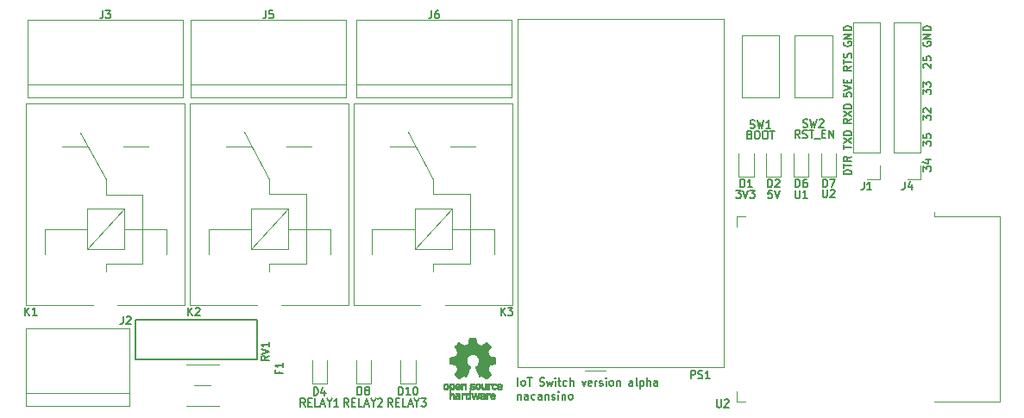
<source format=gbr>
G04 #@! TF.GenerationSoftware,KiCad,Pcbnew,(5.1.5)-3*
G04 #@! TF.CreationDate,2020-10-24T18:19:01+09:00*
G04 #@! TF.ProjectId,wallswitch_schematic_alpha,77616c6c-7377-4697-9463-685f73636865,rev?*
G04 #@! TF.SameCoordinates,Original*
G04 #@! TF.FileFunction,Legend,Top*
G04 #@! TF.FilePolarity,Positive*
%FSLAX46Y46*%
G04 Gerber Fmt 4.6, Leading zero omitted, Abs format (unit mm)*
G04 Created by KiCad (PCBNEW (5.1.5)-3) date 2020-10-24 18:19:01*
%MOMM*%
%LPD*%
G04 APERTURE LIST*
%ADD10C,0.150000*%
%ADD11C,0.120000*%
%ADD12C,0.010000*%
G04 APERTURE END LIST*
D10*
X225863200Y-82867428D02*
X225825104Y-82938857D01*
X225825104Y-83046000D01*
X225863200Y-83153142D01*
X225939390Y-83224571D01*
X226015580Y-83260285D01*
X226167961Y-83296000D01*
X226282247Y-83296000D01*
X226434628Y-83260285D01*
X226510819Y-83224571D01*
X226587009Y-83153142D01*
X226625104Y-83046000D01*
X226625104Y-82974571D01*
X226587009Y-82867428D01*
X226548914Y-82831714D01*
X226282247Y-82831714D01*
X226282247Y-82974571D01*
X226625104Y-82510285D02*
X225825104Y-82510285D01*
X226625104Y-82081714D01*
X225825104Y-82081714D01*
X226625104Y-81724571D02*
X225825104Y-81724571D01*
X225825104Y-81546000D01*
X225863200Y-81438857D01*
X225939390Y-81367428D01*
X226015580Y-81331714D01*
X226167961Y-81296000D01*
X226282247Y-81296000D01*
X226434628Y-81331714D01*
X226510819Y-81367428D01*
X226587009Y-81438857D01*
X226625104Y-81546000D01*
X226625104Y-81724571D01*
X225825104Y-95539642D02*
X225825104Y-95075357D01*
X226129866Y-95325357D01*
X226129866Y-95218214D01*
X226167961Y-95146785D01*
X226206057Y-95111071D01*
X226282247Y-95075357D01*
X226472723Y-95075357D01*
X226548914Y-95111071D01*
X226587009Y-95146785D01*
X226625104Y-95218214D01*
X226625104Y-95432500D01*
X226587009Y-95503928D01*
X226548914Y-95539642D01*
X226091771Y-94432500D02*
X226625104Y-94432500D01*
X225787009Y-94611071D02*
X226358438Y-94789642D01*
X226358438Y-94325357D01*
X225825104Y-93063142D02*
X225825104Y-92598857D01*
X226129866Y-92848857D01*
X226129866Y-92741714D01*
X226167961Y-92670285D01*
X226206057Y-92634571D01*
X226282247Y-92598857D01*
X226472723Y-92598857D01*
X226548914Y-92634571D01*
X226587009Y-92670285D01*
X226625104Y-92741714D01*
X226625104Y-92956000D01*
X226587009Y-93027428D01*
X226548914Y-93063142D01*
X225825104Y-91920285D02*
X225825104Y-92277428D01*
X226206057Y-92313142D01*
X226167961Y-92277428D01*
X226129866Y-92206000D01*
X226129866Y-92027428D01*
X226167961Y-91956000D01*
X226206057Y-91920285D01*
X226282247Y-91884571D01*
X226472723Y-91884571D01*
X226548914Y-91920285D01*
X226587009Y-91956000D01*
X226625104Y-92027428D01*
X226625104Y-92206000D01*
X226587009Y-92277428D01*
X226548914Y-92313142D01*
X225825104Y-90523142D02*
X225825104Y-90058857D01*
X226129866Y-90308857D01*
X226129866Y-90201714D01*
X226167961Y-90130285D01*
X226206057Y-90094571D01*
X226282247Y-90058857D01*
X226472723Y-90058857D01*
X226548914Y-90094571D01*
X226587009Y-90130285D01*
X226625104Y-90201714D01*
X226625104Y-90416000D01*
X226587009Y-90487428D01*
X226548914Y-90523142D01*
X225901295Y-89773142D02*
X225863200Y-89737428D01*
X225825104Y-89666000D01*
X225825104Y-89487428D01*
X225863200Y-89416000D01*
X225901295Y-89380285D01*
X225977485Y-89344571D01*
X226053676Y-89344571D01*
X226167961Y-89380285D01*
X226625104Y-89808857D01*
X226625104Y-89344571D01*
X225825104Y-87983142D02*
X225825104Y-87518857D01*
X226129866Y-87768857D01*
X226129866Y-87661714D01*
X226167961Y-87590285D01*
X226206057Y-87554571D01*
X226282247Y-87518857D01*
X226472723Y-87518857D01*
X226548914Y-87554571D01*
X226587009Y-87590285D01*
X226625104Y-87661714D01*
X226625104Y-87876000D01*
X226587009Y-87947428D01*
X226548914Y-87983142D01*
X225825104Y-87268857D02*
X225825104Y-86804571D01*
X226129866Y-87054571D01*
X226129866Y-86947428D01*
X226167961Y-86876000D01*
X226206057Y-86840285D01*
X226282247Y-86804571D01*
X226472723Y-86804571D01*
X226548914Y-86840285D01*
X226587009Y-86876000D01*
X226625104Y-86947428D01*
X226625104Y-87161714D01*
X226587009Y-87233142D01*
X226548914Y-87268857D01*
X225901295Y-85407428D02*
X225863200Y-85371714D01*
X225825104Y-85300285D01*
X225825104Y-85121714D01*
X225863200Y-85050285D01*
X225901295Y-85014571D01*
X225977485Y-84978857D01*
X226053676Y-84978857D01*
X226167961Y-85014571D01*
X226625104Y-85443142D01*
X226625104Y-84978857D01*
X225825104Y-84300285D02*
X225825104Y-84657428D01*
X226206057Y-84693142D01*
X226167961Y-84657428D01*
X226129866Y-84586000D01*
X226129866Y-84407428D01*
X226167961Y-84336000D01*
X226206057Y-84300285D01*
X226282247Y-84264571D01*
X226472723Y-84264571D01*
X226548914Y-84300285D01*
X226587009Y-84336000D01*
X226625104Y-84407428D01*
X226625104Y-84586000D01*
X226587009Y-84657428D01*
X226548914Y-84693142D01*
X218040000Y-82867428D02*
X218001904Y-82938857D01*
X218001904Y-83046000D01*
X218040000Y-83153142D01*
X218116190Y-83224571D01*
X218192380Y-83260285D01*
X218344761Y-83296000D01*
X218459047Y-83296000D01*
X218611428Y-83260285D01*
X218687619Y-83224571D01*
X218763809Y-83153142D01*
X218801904Y-83046000D01*
X218801904Y-82974571D01*
X218763809Y-82867428D01*
X218725714Y-82831714D01*
X218459047Y-82831714D01*
X218459047Y-82974571D01*
X218801904Y-82510285D02*
X218001904Y-82510285D01*
X218801904Y-82081714D01*
X218001904Y-82081714D01*
X218801904Y-81724571D02*
X218001904Y-81724571D01*
X218001904Y-81546000D01*
X218040000Y-81438857D01*
X218116190Y-81367428D01*
X218192380Y-81331714D01*
X218344761Y-81296000D01*
X218459047Y-81296000D01*
X218611428Y-81331714D01*
X218687619Y-81367428D01*
X218763809Y-81438857D01*
X218801904Y-81546000D01*
X218801904Y-81724571D01*
X218801904Y-85246714D02*
X218420952Y-85496714D01*
X218801904Y-85675285D02*
X218001904Y-85675285D01*
X218001904Y-85389571D01*
X218040000Y-85318142D01*
X218078095Y-85282428D01*
X218154285Y-85246714D01*
X218268571Y-85246714D01*
X218344761Y-85282428D01*
X218382857Y-85318142D01*
X218420952Y-85389571D01*
X218420952Y-85675285D01*
X218001904Y-85032428D02*
X218001904Y-84603857D01*
X218801904Y-84818142D02*
X218001904Y-84818142D01*
X218763809Y-84389571D02*
X218801904Y-84282428D01*
X218801904Y-84103857D01*
X218763809Y-84032428D01*
X218725714Y-83996714D01*
X218649523Y-83961000D01*
X218573333Y-83961000D01*
X218497142Y-83996714D01*
X218459047Y-84032428D01*
X218420952Y-84103857D01*
X218382857Y-84246714D01*
X218344761Y-84318142D01*
X218306666Y-84353857D01*
X218230476Y-84389571D01*
X218154285Y-84389571D01*
X218078095Y-84353857D01*
X218040000Y-84318142D01*
X218001904Y-84246714D01*
X218001904Y-84068142D01*
X218040000Y-83961000D01*
X218001904Y-87858142D02*
X218001904Y-88215285D01*
X218382857Y-88251000D01*
X218344761Y-88215285D01*
X218306666Y-88143857D01*
X218306666Y-87965285D01*
X218344761Y-87893857D01*
X218382857Y-87858142D01*
X218459047Y-87822428D01*
X218649523Y-87822428D01*
X218725714Y-87858142D01*
X218763809Y-87893857D01*
X218801904Y-87965285D01*
X218801904Y-88143857D01*
X218763809Y-88215285D01*
X218725714Y-88251000D01*
X218001904Y-87608142D02*
X218801904Y-87358142D01*
X218001904Y-87108142D01*
X218382857Y-86858142D02*
X218382857Y-86608142D01*
X218801904Y-86501000D02*
X218801904Y-86858142D01*
X218001904Y-86858142D01*
X218001904Y-86501000D01*
X218801904Y-90416000D02*
X218420952Y-90666000D01*
X218801904Y-90844571D02*
X218001904Y-90844571D01*
X218001904Y-90558857D01*
X218040000Y-90487428D01*
X218078095Y-90451714D01*
X218154285Y-90416000D01*
X218268571Y-90416000D01*
X218344761Y-90451714D01*
X218382857Y-90487428D01*
X218420952Y-90558857D01*
X218420952Y-90844571D01*
X218001904Y-90166000D02*
X218801904Y-89666000D01*
X218001904Y-89666000D02*
X218801904Y-90166000D01*
X218801904Y-89380285D02*
X218001904Y-89380285D01*
X218001904Y-89201714D01*
X218040000Y-89094571D01*
X218116190Y-89023142D01*
X218192380Y-88987428D01*
X218344761Y-88951714D01*
X218459047Y-88951714D01*
X218611428Y-88987428D01*
X218687619Y-89023142D01*
X218763809Y-89094571D01*
X218801904Y-89201714D01*
X218801904Y-89380285D01*
X218001904Y-93402428D02*
X218001904Y-92973857D01*
X218801904Y-93188142D02*
X218001904Y-93188142D01*
X218001904Y-92795285D02*
X218801904Y-92295285D01*
X218001904Y-92295285D02*
X218801904Y-92795285D01*
X218801904Y-92009571D02*
X218001904Y-92009571D01*
X218001904Y-91831000D01*
X218040000Y-91723857D01*
X218116190Y-91652428D01*
X218192380Y-91616714D01*
X218344761Y-91581000D01*
X218459047Y-91581000D01*
X218611428Y-91616714D01*
X218687619Y-91652428D01*
X218763809Y-91723857D01*
X218801904Y-91831000D01*
X218801904Y-92009571D01*
X218801904Y-95853142D02*
X218001904Y-95853142D01*
X218001904Y-95674571D01*
X218040000Y-95567428D01*
X218116190Y-95496000D01*
X218192380Y-95460285D01*
X218344761Y-95424571D01*
X218459047Y-95424571D01*
X218611428Y-95460285D01*
X218687619Y-95496000D01*
X218763809Y-95567428D01*
X218801904Y-95674571D01*
X218801904Y-95853142D01*
X218001904Y-95210285D02*
X218001904Y-94781714D01*
X218801904Y-94996000D02*
X218001904Y-94996000D01*
X218801904Y-94103142D02*
X218420952Y-94353142D01*
X218801904Y-94531714D02*
X218001904Y-94531714D01*
X218001904Y-94246000D01*
X218040000Y-94174571D01*
X218078095Y-94138857D01*
X218154285Y-94103142D01*
X218268571Y-94103142D01*
X218344761Y-94138857D01*
X218382857Y-94174571D01*
X218420952Y-94246000D01*
X218420952Y-94531714D01*
X186077071Y-116653904D02*
X186077071Y-115853904D01*
X186541357Y-116653904D02*
X186469928Y-116615809D01*
X186434214Y-116577714D01*
X186398500Y-116501523D01*
X186398500Y-116272952D01*
X186434214Y-116196761D01*
X186469928Y-116158666D01*
X186541357Y-116120571D01*
X186648500Y-116120571D01*
X186719928Y-116158666D01*
X186755642Y-116196761D01*
X186791357Y-116272952D01*
X186791357Y-116501523D01*
X186755642Y-116577714D01*
X186719928Y-116615809D01*
X186648500Y-116653904D01*
X186541357Y-116653904D01*
X187005642Y-115853904D02*
X187434214Y-115853904D01*
X187219928Y-116653904D02*
X187219928Y-115853904D01*
X188219928Y-116615809D02*
X188327071Y-116653904D01*
X188505642Y-116653904D01*
X188577071Y-116615809D01*
X188612785Y-116577714D01*
X188648500Y-116501523D01*
X188648500Y-116425333D01*
X188612785Y-116349142D01*
X188577071Y-116311047D01*
X188505642Y-116272952D01*
X188362785Y-116234857D01*
X188291357Y-116196761D01*
X188255642Y-116158666D01*
X188219928Y-116082476D01*
X188219928Y-116006285D01*
X188255642Y-115930095D01*
X188291357Y-115892000D01*
X188362785Y-115853904D01*
X188541357Y-115853904D01*
X188648500Y-115892000D01*
X188898500Y-116120571D02*
X189041357Y-116653904D01*
X189184214Y-116272952D01*
X189327071Y-116653904D01*
X189469928Y-116120571D01*
X189755642Y-116653904D02*
X189755642Y-116120571D01*
X189755642Y-115853904D02*
X189719928Y-115892000D01*
X189755642Y-115930095D01*
X189791357Y-115892000D01*
X189755642Y-115853904D01*
X189755642Y-115930095D01*
X190005642Y-116120571D02*
X190291357Y-116120571D01*
X190112785Y-115853904D02*
X190112785Y-116539619D01*
X190148500Y-116615809D01*
X190219928Y-116653904D01*
X190291357Y-116653904D01*
X190862785Y-116615809D02*
X190791357Y-116653904D01*
X190648500Y-116653904D01*
X190577071Y-116615809D01*
X190541357Y-116577714D01*
X190505642Y-116501523D01*
X190505642Y-116272952D01*
X190541357Y-116196761D01*
X190577071Y-116158666D01*
X190648500Y-116120571D01*
X190791357Y-116120571D01*
X190862785Y-116158666D01*
X191184214Y-116653904D02*
X191184214Y-115853904D01*
X191505642Y-116653904D02*
X191505642Y-116234857D01*
X191469928Y-116158666D01*
X191398500Y-116120571D01*
X191291357Y-116120571D01*
X191219928Y-116158666D01*
X191184214Y-116196761D01*
X192362785Y-116120571D02*
X192541357Y-116653904D01*
X192719928Y-116120571D01*
X193291357Y-116615809D02*
X193219928Y-116653904D01*
X193077071Y-116653904D01*
X193005642Y-116615809D01*
X192969928Y-116539619D01*
X192969928Y-116234857D01*
X193005642Y-116158666D01*
X193077071Y-116120571D01*
X193219928Y-116120571D01*
X193291357Y-116158666D01*
X193327071Y-116234857D01*
X193327071Y-116311047D01*
X192969928Y-116387238D01*
X193648500Y-116653904D02*
X193648500Y-116120571D01*
X193648500Y-116272952D02*
X193684214Y-116196761D01*
X193719928Y-116158666D01*
X193791357Y-116120571D01*
X193862785Y-116120571D01*
X194077071Y-116615809D02*
X194148500Y-116653904D01*
X194291357Y-116653904D01*
X194362785Y-116615809D01*
X194398500Y-116539619D01*
X194398500Y-116501523D01*
X194362785Y-116425333D01*
X194291357Y-116387238D01*
X194184214Y-116387238D01*
X194112785Y-116349142D01*
X194077071Y-116272952D01*
X194077071Y-116234857D01*
X194112785Y-116158666D01*
X194184214Y-116120571D01*
X194291357Y-116120571D01*
X194362785Y-116158666D01*
X194719928Y-116653904D02*
X194719928Y-116120571D01*
X194719928Y-115853904D02*
X194684214Y-115892000D01*
X194719928Y-115930095D01*
X194755642Y-115892000D01*
X194719928Y-115853904D01*
X194719928Y-115930095D01*
X195184214Y-116653904D02*
X195112785Y-116615809D01*
X195077071Y-116577714D01*
X195041357Y-116501523D01*
X195041357Y-116272952D01*
X195077071Y-116196761D01*
X195112785Y-116158666D01*
X195184214Y-116120571D01*
X195291357Y-116120571D01*
X195362785Y-116158666D01*
X195398500Y-116196761D01*
X195434214Y-116272952D01*
X195434214Y-116501523D01*
X195398500Y-116577714D01*
X195362785Y-116615809D01*
X195291357Y-116653904D01*
X195184214Y-116653904D01*
X195755642Y-116120571D02*
X195755642Y-116653904D01*
X195755642Y-116196761D02*
X195791357Y-116158666D01*
X195862785Y-116120571D01*
X195969928Y-116120571D01*
X196041357Y-116158666D01*
X196077071Y-116234857D01*
X196077071Y-116653904D01*
X197327071Y-116653904D02*
X197327071Y-116234857D01*
X197291357Y-116158666D01*
X197219928Y-116120571D01*
X197077071Y-116120571D01*
X197005642Y-116158666D01*
X197327071Y-116615809D02*
X197255642Y-116653904D01*
X197077071Y-116653904D01*
X197005642Y-116615809D01*
X196969928Y-116539619D01*
X196969928Y-116463428D01*
X197005642Y-116387238D01*
X197077071Y-116349142D01*
X197255642Y-116349142D01*
X197327071Y-116311047D01*
X197791357Y-116653904D02*
X197719928Y-116615809D01*
X197684214Y-116539619D01*
X197684214Y-115853904D01*
X198077071Y-116120571D02*
X198077071Y-116920571D01*
X198077071Y-116158666D02*
X198148500Y-116120571D01*
X198291357Y-116120571D01*
X198362785Y-116158666D01*
X198398500Y-116196761D01*
X198434214Y-116272952D01*
X198434214Y-116501523D01*
X198398500Y-116577714D01*
X198362785Y-116615809D01*
X198291357Y-116653904D01*
X198148500Y-116653904D01*
X198077071Y-116615809D01*
X198755642Y-116653904D02*
X198755642Y-115853904D01*
X199077071Y-116653904D02*
X199077071Y-116234857D01*
X199041357Y-116158666D01*
X198969928Y-116120571D01*
X198862785Y-116120571D01*
X198791357Y-116158666D01*
X198755642Y-116196761D01*
X199755642Y-116653904D02*
X199755642Y-116234857D01*
X199719928Y-116158666D01*
X199648500Y-116120571D01*
X199505642Y-116120571D01*
X199434214Y-116158666D01*
X199755642Y-116615809D02*
X199684214Y-116653904D01*
X199505642Y-116653904D01*
X199434214Y-116615809D01*
X199398500Y-116539619D01*
X199398500Y-116463428D01*
X199434214Y-116387238D01*
X199505642Y-116349142D01*
X199684214Y-116349142D01*
X199755642Y-116311047D01*
X186077071Y-117470571D02*
X186077071Y-118003904D01*
X186077071Y-117546761D02*
X186112785Y-117508666D01*
X186184214Y-117470571D01*
X186291357Y-117470571D01*
X186362785Y-117508666D01*
X186398500Y-117584857D01*
X186398500Y-118003904D01*
X187077071Y-118003904D02*
X187077071Y-117584857D01*
X187041357Y-117508666D01*
X186969928Y-117470571D01*
X186827071Y-117470571D01*
X186755642Y-117508666D01*
X187077071Y-117965809D02*
X187005642Y-118003904D01*
X186827071Y-118003904D01*
X186755642Y-117965809D01*
X186719928Y-117889619D01*
X186719928Y-117813428D01*
X186755642Y-117737238D01*
X186827071Y-117699142D01*
X187005642Y-117699142D01*
X187077071Y-117661047D01*
X187755642Y-117965809D02*
X187684214Y-118003904D01*
X187541357Y-118003904D01*
X187469928Y-117965809D01*
X187434214Y-117927714D01*
X187398500Y-117851523D01*
X187398500Y-117622952D01*
X187434214Y-117546761D01*
X187469928Y-117508666D01*
X187541357Y-117470571D01*
X187684214Y-117470571D01*
X187755642Y-117508666D01*
X188398500Y-118003904D02*
X188398500Y-117584857D01*
X188362785Y-117508666D01*
X188291357Y-117470571D01*
X188148500Y-117470571D01*
X188077071Y-117508666D01*
X188398500Y-117965809D02*
X188327071Y-118003904D01*
X188148500Y-118003904D01*
X188077071Y-117965809D01*
X188041357Y-117889619D01*
X188041357Y-117813428D01*
X188077071Y-117737238D01*
X188148500Y-117699142D01*
X188327071Y-117699142D01*
X188398500Y-117661047D01*
X188755642Y-117470571D02*
X188755642Y-118003904D01*
X188755642Y-117546761D02*
X188791357Y-117508666D01*
X188862785Y-117470571D01*
X188969928Y-117470571D01*
X189041357Y-117508666D01*
X189077071Y-117584857D01*
X189077071Y-118003904D01*
X189398500Y-117965809D02*
X189469928Y-118003904D01*
X189612785Y-118003904D01*
X189684214Y-117965809D01*
X189719928Y-117889619D01*
X189719928Y-117851523D01*
X189684214Y-117775333D01*
X189612785Y-117737238D01*
X189505642Y-117737238D01*
X189434214Y-117699142D01*
X189398500Y-117622952D01*
X189398500Y-117584857D01*
X189434214Y-117508666D01*
X189505642Y-117470571D01*
X189612785Y-117470571D01*
X189684214Y-117508666D01*
X190041357Y-118003904D02*
X190041357Y-117470571D01*
X190041357Y-117203904D02*
X190005642Y-117242000D01*
X190041357Y-117280095D01*
X190077071Y-117242000D01*
X190041357Y-117203904D01*
X190041357Y-117280095D01*
X190398500Y-117470571D02*
X190398500Y-118003904D01*
X190398500Y-117546761D02*
X190434214Y-117508666D01*
X190505642Y-117470571D01*
X190612785Y-117470571D01*
X190684214Y-117508666D01*
X190719928Y-117584857D01*
X190719928Y-118003904D01*
X191184214Y-118003904D02*
X191112785Y-117965809D01*
X191077071Y-117927714D01*
X191041357Y-117851523D01*
X191041357Y-117622952D01*
X191077071Y-117546761D01*
X191112785Y-117508666D01*
X191184214Y-117470571D01*
X191291357Y-117470571D01*
X191362785Y-117508666D01*
X191398500Y-117546761D01*
X191434214Y-117622952D01*
X191434214Y-117851523D01*
X191398500Y-117927714D01*
X191362785Y-117965809D01*
X191291357Y-118003904D01*
X191184214Y-118003904D01*
X173768785Y-118680404D02*
X173518785Y-118299452D01*
X173340214Y-118680404D02*
X173340214Y-117880404D01*
X173625928Y-117880404D01*
X173697357Y-117918500D01*
X173733071Y-117956595D01*
X173768785Y-118032785D01*
X173768785Y-118147071D01*
X173733071Y-118223261D01*
X173697357Y-118261357D01*
X173625928Y-118299452D01*
X173340214Y-118299452D01*
X174090214Y-118261357D02*
X174340214Y-118261357D01*
X174447357Y-118680404D02*
X174090214Y-118680404D01*
X174090214Y-117880404D01*
X174447357Y-117880404D01*
X175125928Y-118680404D02*
X174768785Y-118680404D01*
X174768785Y-117880404D01*
X175340214Y-118451833D02*
X175697357Y-118451833D01*
X175268785Y-118680404D02*
X175518785Y-117880404D01*
X175768785Y-118680404D01*
X176161642Y-118299452D02*
X176161642Y-118680404D01*
X175911642Y-117880404D02*
X176161642Y-118299452D01*
X176411642Y-117880404D01*
X176590214Y-117880404D02*
X177054500Y-117880404D01*
X176804500Y-118185166D01*
X176911642Y-118185166D01*
X176983071Y-118223261D01*
X177018785Y-118261357D01*
X177054500Y-118337547D01*
X177054500Y-118528023D01*
X177018785Y-118604214D01*
X176983071Y-118642309D01*
X176911642Y-118680404D01*
X176697357Y-118680404D01*
X176625928Y-118642309D01*
X176590214Y-118604214D01*
X169468785Y-118680404D02*
X169218785Y-118299452D01*
X169040214Y-118680404D02*
X169040214Y-117880404D01*
X169325928Y-117880404D01*
X169397357Y-117918500D01*
X169433071Y-117956595D01*
X169468785Y-118032785D01*
X169468785Y-118147071D01*
X169433071Y-118223261D01*
X169397357Y-118261357D01*
X169325928Y-118299452D01*
X169040214Y-118299452D01*
X169790214Y-118261357D02*
X170040214Y-118261357D01*
X170147357Y-118680404D02*
X169790214Y-118680404D01*
X169790214Y-117880404D01*
X170147357Y-117880404D01*
X170825928Y-118680404D02*
X170468785Y-118680404D01*
X170468785Y-117880404D01*
X171040214Y-118451833D02*
X171397357Y-118451833D01*
X170968785Y-118680404D02*
X171218785Y-117880404D01*
X171468785Y-118680404D01*
X171861642Y-118299452D02*
X171861642Y-118680404D01*
X171611642Y-117880404D02*
X171861642Y-118299452D01*
X172111642Y-117880404D01*
X172325928Y-117956595D02*
X172361642Y-117918500D01*
X172433071Y-117880404D01*
X172611642Y-117880404D01*
X172683071Y-117918500D01*
X172718785Y-117956595D01*
X172754500Y-118032785D01*
X172754500Y-118108976D01*
X172718785Y-118223261D01*
X172290214Y-118680404D01*
X172754500Y-118680404D01*
X165168785Y-118680404D02*
X164918785Y-118299452D01*
X164740214Y-118680404D02*
X164740214Y-117880404D01*
X165025928Y-117880404D01*
X165097357Y-117918500D01*
X165133071Y-117956595D01*
X165168785Y-118032785D01*
X165168785Y-118147071D01*
X165133071Y-118223261D01*
X165097357Y-118261357D01*
X165025928Y-118299452D01*
X164740214Y-118299452D01*
X165490214Y-118261357D02*
X165740214Y-118261357D01*
X165847357Y-118680404D02*
X165490214Y-118680404D01*
X165490214Y-117880404D01*
X165847357Y-117880404D01*
X166525928Y-118680404D02*
X166168785Y-118680404D01*
X166168785Y-117880404D01*
X166740214Y-118451833D02*
X167097357Y-118451833D01*
X166668785Y-118680404D02*
X166918785Y-117880404D01*
X167168785Y-118680404D01*
X167561642Y-118299452D02*
X167561642Y-118680404D01*
X167311642Y-117880404D02*
X167561642Y-118299452D01*
X167811642Y-117880404D01*
X168454500Y-118680404D02*
X168025928Y-118680404D01*
X168240214Y-118680404D02*
X168240214Y-117880404D01*
X168168785Y-117994690D01*
X168097357Y-118070880D01*
X168025928Y-118108976D01*
X215988971Y-97341904D02*
X215988971Y-97989523D01*
X216024685Y-98065714D01*
X216060400Y-98103809D01*
X216131828Y-98141904D01*
X216274685Y-98141904D01*
X216346114Y-98103809D01*
X216381828Y-98065714D01*
X216417542Y-97989523D01*
X216417542Y-97341904D01*
X216738971Y-97418095D02*
X216774685Y-97380000D01*
X216846114Y-97341904D01*
X217024685Y-97341904D01*
X217096114Y-97380000D01*
X217131828Y-97418095D01*
X217167542Y-97494285D01*
X217167542Y-97570476D01*
X217131828Y-97684761D01*
X216703257Y-98141904D01*
X217167542Y-98141904D01*
X213288571Y-97402704D02*
X213288571Y-98050323D01*
X213324285Y-98126514D01*
X213360000Y-98164609D01*
X213431428Y-98202704D01*
X213574285Y-98202704D01*
X213645714Y-98164609D01*
X213681428Y-98126514D01*
X213717142Y-98050323D01*
X213717142Y-97402704D01*
X214467142Y-98202704D02*
X214038571Y-98202704D01*
X214252857Y-98202704D02*
X214252857Y-97402704D01*
X214181428Y-97516990D01*
X214110000Y-97593180D01*
X214038571Y-97631276D01*
X210994642Y-97402704D02*
X210637500Y-97402704D01*
X210601785Y-97783657D01*
X210637500Y-97745561D01*
X210708928Y-97707466D01*
X210887500Y-97707466D01*
X210958928Y-97745561D01*
X210994642Y-97783657D01*
X211030357Y-97859847D01*
X211030357Y-98050323D01*
X210994642Y-98126514D01*
X210958928Y-98164609D01*
X210887500Y-98202704D01*
X210708928Y-98202704D01*
X210637500Y-98164609D01*
X210601785Y-98126514D01*
X211244642Y-97402704D02*
X211494642Y-98202704D01*
X211744642Y-97402704D01*
X207478428Y-97402704D02*
X207942714Y-97402704D01*
X207692714Y-97707466D01*
X207799857Y-97707466D01*
X207871285Y-97745561D01*
X207907000Y-97783657D01*
X207942714Y-97859847D01*
X207942714Y-98050323D01*
X207907000Y-98126514D01*
X207871285Y-98164609D01*
X207799857Y-98202704D01*
X207585571Y-98202704D01*
X207514142Y-98164609D01*
X207478428Y-98126514D01*
X208157000Y-97402704D02*
X208407000Y-98202704D01*
X208657000Y-97402704D01*
X208835571Y-97402704D02*
X209299857Y-97402704D01*
X209049857Y-97707466D01*
X209157000Y-97707466D01*
X209228428Y-97745561D01*
X209264142Y-97783657D01*
X209299857Y-97859847D01*
X209299857Y-98050323D01*
X209264142Y-98126514D01*
X209228428Y-98164609D01*
X209157000Y-98202704D01*
X208942714Y-98202704D01*
X208871285Y-98164609D01*
X208835571Y-98126514D01*
X213731428Y-92309904D02*
X213481428Y-91928952D01*
X213302857Y-92309904D02*
X213302857Y-91509904D01*
X213588571Y-91509904D01*
X213660000Y-91548000D01*
X213695714Y-91586095D01*
X213731428Y-91662285D01*
X213731428Y-91776571D01*
X213695714Y-91852761D01*
X213660000Y-91890857D01*
X213588571Y-91928952D01*
X213302857Y-91928952D01*
X214017142Y-92271809D02*
X214124285Y-92309904D01*
X214302857Y-92309904D01*
X214374285Y-92271809D01*
X214410000Y-92233714D01*
X214445714Y-92157523D01*
X214445714Y-92081333D01*
X214410000Y-92005142D01*
X214374285Y-91967047D01*
X214302857Y-91928952D01*
X214160000Y-91890857D01*
X214088571Y-91852761D01*
X214052857Y-91814666D01*
X214017142Y-91738476D01*
X214017142Y-91662285D01*
X214052857Y-91586095D01*
X214088571Y-91548000D01*
X214160000Y-91509904D01*
X214338571Y-91509904D01*
X214445714Y-91548000D01*
X214660000Y-91509904D02*
X215088571Y-91509904D01*
X214874285Y-92309904D02*
X214874285Y-91509904D01*
X215160000Y-92386095D02*
X215731428Y-92386095D01*
X215910000Y-91890857D02*
X216160000Y-91890857D01*
X216267142Y-92309904D02*
X215910000Y-92309904D01*
X215910000Y-91509904D01*
X216267142Y-91509904D01*
X216588571Y-92309904D02*
X216588571Y-91509904D01*
X217017142Y-92309904D01*
X217017142Y-91509904D01*
X208836942Y-91941657D02*
X208944085Y-91979752D01*
X208979800Y-92017847D01*
X209015514Y-92094038D01*
X209015514Y-92208323D01*
X208979800Y-92284514D01*
X208944085Y-92322609D01*
X208872657Y-92360704D01*
X208586942Y-92360704D01*
X208586942Y-91560704D01*
X208836942Y-91560704D01*
X208908371Y-91598800D01*
X208944085Y-91636895D01*
X208979800Y-91713085D01*
X208979800Y-91789276D01*
X208944085Y-91865466D01*
X208908371Y-91903561D01*
X208836942Y-91941657D01*
X208586942Y-91941657D01*
X209479800Y-91560704D02*
X209622657Y-91560704D01*
X209694085Y-91598800D01*
X209765514Y-91674990D01*
X209801228Y-91827371D01*
X209801228Y-92094038D01*
X209765514Y-92246419D01*
X209694085Y-92322609D01*
X209622657Y-92360704D01*
X209479800Y-92360704D01*
X209408371Y-92322609D01*
X209336942Y-92246419D01*
X209301228Y-92094038D01*
X209301228Y-91827371D01*
X209336942Y-91674990D01*
X209408371Y-91598800D01*
X209479800Y-91560704D01*
X210265514Y-91560704D02*
X210408371Y-91560704D01*
X210479800Y-91598800D01*
X210551228Y-91674990D01*
X210586942Y-91827371D01*
X210586942Y-92094038D01*
X210551228Y-92246419D01*
X210479800Y-92322609D01*
X210408371Y-92360704D01*
X210265514Y-92360704D01*
X210194085Y-92322609D01*
X210122657Y-92246419D01*
X210086942Y-92094038D01*
X210086942Y-91827371D01*
X210122657Y-91674990D01*
X210194085Y-91598800D01*
X210265514Y-91560704D01*
X210801228Y-91560704D02*
X211229800Y-91560704D01*
X211015514Y-92360704D02*
X211015514Y-91560704D01*
D11*
X208360000Y-99960000D02*
X207580000Y-99960000D01*
X207580000Y-99960000D02*
X207580000Y-100960000D01*
X208360000Y-118200000D02*
X207580000Y-118200000D01*
X207580000Y-118200000D02*
X207580000Y-117200000D01*
X233325000Y-99960000D02*
X233325000Y-118200000D01*
X233325000Y-118200000D02*
X226905000Y-118200000D01*
X233325000Y-99960000D02*
X226905000Y-99960000D01*
X226905000Y-99960000D02*
X226905000Y-99580000D01*
D10*
X160492000Y-110126000D02*
X148492000Y-110126000D01*
X160492000Y-114026000D02*
X148492000Y-114026000D01*
X148492000Y-114026000D02*
X148492000Y-110126000D01*
X160492000Y-114026000D02*
X160492000Y-110126000D01*
D11*
X186060000Y-114780000D02*
X206260000Y-114780000D01*
X206260000Y-114780000D02*
X206260000Y-80580000D01*
X206260000Y-80580000D02*
X186060000Y-80580000D01*
X186060000Y-80580000D02*
X186060000Y-114780000D01*
X192660000Y-115170000D02*
X194670000Y-115170000D01*
D12*
G36*
X181986964Y-112225018D02*
G01*
X182043812Y-112526570D01*
X182463338Y-112699512D01*
X182714984Y-112528395D01*
X182785458Y-112480750D01*
X182849163Y-112438210D01*
X182903126Y-112402715D01*
X182944373Y-112376210D01*
X182969934Y-112360636D01*
X182976895Y-112357278D01*
X182989435Y-112365914D01*
X183016231Y-112389792D01*
X183054280Y-112425859D01*
X183100579Y-112471067D01*
X183152123Y-112522364D01*
X183205909Y-112576701D01*
X183258935Y-112631028D01*
X183308195Y-112682295D01*
X183350687Y-112727451D01*
X183383407Y-112763446D01*
X183403351Y-112787230D01*
X183408119Y-112795190D01*
X183401257Y-112809865D01*
X183382020Y-112842014D01*
X183352430Y-112888492D01*
X183314510Y-112946156D01*
X183270282Y-113011860D01*
X183244654Y-113049336D01*
X183197941Y-113117768D01*
X183156432Y-113179520D01*
X183122140Y-113231519D01*
X183097080Y-113270692D01*
X183083264Y-113293965D01*
X183081188Y-113298855D01*
X183085895Y-113312755D01*
X183098723Y-113345150D01*
X183117738Y-113391485D01*
X183141003Y-113447206D01*
X183166584Y-113507758D01*
X183192545Y-113568586D01*
X183216950Y-113625136D01*
X183237863Y-113672852D01*
X183253349Y-113707181D01*
X183261472Y-113723568D01*
X183261952Y-113724212D01*
X183274707Y-113727341D01*
X183308677Y-113734321D01*
X183360340Y-113744467D01*
X183426176Y-113757092D01*
X183502664Y-113771509D01*
X183547290Y-113779823D01*
X183629021Y-113795384D01*
X183702843Y-113810192D01*
X183765021Y-113823436D01*
X183811822Y-113834305D01*
X183839509Y-113841989D01*
X183845074Y-113844427D01*
X183850526Y-113860930D01*
X183854924Y-113898200D01*
X183858272Y-113951880D01*
X183860574Y-114017612D01*
X183861832Y-114091037D01*
X183862048Y-114167796D01*
X183861227Y-114243532D01*
X183859371Y-114313886D01*
X183856482Y-114374500D01*
X183852565Y-114421016D01*
X183847622Y-114449075D01*
X183844657Y-114454916D01*
X183826934Y-114461917D01*
X183789381Y-114471927D01*
X183736964Y-114483769D01*
X183674652Y-114496267D01*
X183652900Y-114500310D01*
X183548024Y-114519520D01*
X183465180Y-114534991D01*
X183401630Y-114547337D01*
X183354637Y-114557173D01*
X183321463Y-114565114D01*
X183299371Y-114571776D01*
X183285624Y-114577773D01*
X183277484Y-114583719D01*
X183276345Y-114584894D01*
X183264977Y-114603826D01*
X183247635Y-114640669D01*
X183226050Y-114690913D01*
X183201954Y-114750046D01*
X183177079Y-114813556D01*
X183153157Y-114876932D01*
X183131919Y-114935662D01*
X183115097Y-114985235D01*
X183104422Y-115021139D01*
X183101627Y-115038862D01*
X183101860Y-115039483D01*
X183111331Y-115053970D01*
X183132818Y-115085844D01*
X183164063Y-115131789D01*
X183202807Y-115188485D01*
X183246793Y-115252617D01*
X183259319Y-115270842D01*
X183303984Y-115336914D01*
X183343288Y-115397200D01*
X183375088Y-115448235D01*
X183397245Y-115486560D01*
X183407617Y-115508711D01*
X183408119Y-115511432D01*
X183399405Y-115525736D01*
X183375325Y-115554072D01*
X183338976Y-115593396D01*
X183293453Y-115640661D01*
X183241852Y-115692823D01*
X183187267Y-115746835D01*
X183132794Y-115799653D01*
X183081529Y-115848231D01*
X183036567Y-115889523D01*
X183001004Y-115920485D01*
X182977935Y-115938070D01*
X182971554Y-115940941D01*
X182956699Y-115934178D01*
X182926286Y-115915939D01*
X182885268Y-115889297D01*
X182853709Y-115867852D01*
X182796525Y-115828503D01*
X182728806Y-115782171D01*
X182660880Y-115735913D01*
X182624361Y-115711155D01*
X182500752Y-115627547D01*
X182396991Y-115683650D01*
X182349720Y-115708228D01*
X182309523Y-115727331D01*
X182282326Y-115738227D01*
X182275402Y-115739743D01*
X182267077Y-115728549D01*
X182250654Y-115696917D01*
X182227357Y-115647765D01*
X182198414Y-115584010D01*
X182165050Y-115508571D01*
X182128491Y-115424364D01*
X182089964Y-115334308D01*
X182050694Y-115241321D01*
X182011908Y-115148320D01*
X181974830Y-115058223D01*
X181940689Y-114973948D01*
X181910708Y-114898413D01*
X181886116Y-114834534D01*
X181868136Y-114785231D01*
X181857997Y-114753421D01*
X181856366Y-114742496D01*
X181869291Y-114728561D01*
X181897589Y-114705940D01*
X181935346Y-114679333D01*
X181938515Y-114677228D01*
X182036100Y-114599114D01*
X182114786Y-114507982D01*
X182173891Y-114406745D01*
X182212732Y-114298318D01*
X182230628Y-114185614D01*
X182226897Y-114071548D01*
X182200857Y-113959034D01*
X182151825Y-113850985D01*
X182137400Y-113827345D01*
X182062369Y-113731887D01*
X181973730Y-113655232D01*
X181874549Y-113597780D01*
X181767895Y-113559929D01*
X181656836Y-113542078D01*
X181544439Y-113544625D01*
X181433773Y-113567970D01*
X181327906Y-113612510D01*
X181229905Y-113678645D01*
X181199590Y-113705487D01*
X181122438Y-113789512D01*
X181066218Y-113877966D01*
X181027653Y-113977115D01*
X181006174Y-114075303D01*
X181000872Y-114185697D01*
X181018552Y-114296640D01*
X181057419Y-114404381D01*
X181115677Y-114505169D01*
X181191531Y-114595256D01*
X181283183Y-114670892D01*
X181295228Y-114678864D01*
X181333389Y-114704974D01*
X181362399Y-114727595D01*
X181376268Y-114742039D01*
X181376469Y-114742496D01*
X181373492Y-114758121D01*
X181361689Y-114793582D01*
X181342286Y-114845962D01*
X181316512Y-114912345D01*
X181285591Y-114989814D01*
X181250751Y-115075450D01*
X181213217Y-115166337D01*
X181174217Y-115259559D01*
X181134977Y-115352197D01*
X181096724Y-115441335D01*
X181060683Y-115524055D01*
X181028083Y-115597441D01*
X181000148Y-115658575D01*
X180978105Y-115704541D01*
X180963182Y-115732421D01*
X180957172Y-115739743D01*
X180938809Y-115734041D01*
X180904448Y-115718749D01*
X180860016Y-115696599D01*
X180835583Y-115683650D01*
X180731822Y-115627547D01*
X180608213Y-115711155D01*
X180545114Y-115753987D01*
X180476030Y-115801122D01*
X180411293Y-115845503D01*
X180378866Y-115867852D01*
X180333259Y-115898477D01*
X180294640Y-115922747D01*
X180268048Y-115937587D01*
X180259410Y-115940724D01*
X180246839Y-115932261D01*
X180219016Y-115908636D01*
X180178639Y-115872302D01*
X180128405Y-115825711D01*
X180071012Y-115771317D01*
X180034714Y-115736392D01*
X179971210Y-115673996D01*
X179916327Y-115618188D01*
X179872286Y-115571354D01*
X179841305Y-115535882D01*
X179825602Y-115514161D01*
X179824095Y-115509752D01*
X179831086Y-115492985D01*
X179850406Y-115459082D01*
X179879909Y-115411476D01*
X179917455Y-115353599D01*
X179960900Y-115288884D01*
X179973255Y-115270842D01*
X180018273Y-115205267D01*
X180058660Y-115146228D01*
X180092160Y-115097042D01*
X180116514Y-115061028D01*
X180129464Y-115041502D01*
X180130715Y-115039483D01*
X180128844Y-115023922D01*
X180118913Y-114989709D01*
X180102653Y-114941355D01*
X180081795Y-114883371D01*
X180058073Y-114820270D01*
X180033216Y-114756563D01*
X180008958Y-114696761D01*
X179987029Y-114645376D01*
X179969162Y-114606919D01*
X179957087Y-114585902D01*
X179956229Y-114584894D01*
X179948846Y-114578888D01*
X179936375Y-114572948D01*
X179916080Y-114566460D01*
X179885222Y-114558809D01*
X179841066Y-114549380D01*
X179780874Y-114537559D01*
X179701907Y-114522729D01*
X179601430Y-114504277D01*
X179579675Y-114500310D01*
X179515198Y-114487853D01*
X179458989Y-114475666D01*
X179416013Y-114464926D01*
X179391240Y-114456809D01*
X179387918Y-114454916D01*
X179382444Y-114438138D01*
X179377994Y-114400645D01*
X179374572Y-114346794D01*
X179372181Y-114280944D01*
X179370823Y-114207453D01*
X179370501Y-114130680D01*
X179371219Y-114054983D01*
X179372979Y-113984720D01*
X179375784Y-113924250D01*
X179379638Y-113877930D01*
X179384543Y-113850119D01*
X179387500Y-113844427D01*
X179403963Y-113838686D01*
X179441449Y-113829345D01*
X179496225Y-113817215D01*
X179564555Y-113803107D01*
X179642706Y-113787830D01*
X179685284Y-113779823D01*
X179766071Y-113764721D01*
X179838113Y-113751040D01*
X179897889Y-113739467D01*
X179941879Y-113730687D01*
X179966561Y-113725387D01*
X179970623Y-113724212D01*
X179977489Y-113710965D01*
X179992002Y-113679057D01*
X180012229Y-113633047D01*
X180036234Y-113577492D01*
X180062082Y-113516953D01*
X180087840Y-113455986D01*
X180111573Y-113399151D01*
X180131346Y-113351006D01*
X180145224Y-113316110D01*
X180151274Y-113299021D01*
X180151386Y-113298274D01*
X180144528Y-113284793D01*
X180125302Y-113253770D01*
X180095728Y-113208289D01*
X180057827Y-113151432D01*
X180013620Y-113086283D01*
X179987921Y-113048862D01*
X179941093Y-112980247D01*
X179899501Y-112917952D01*
X179865175Y-112865129D01*
X179840143Y-112824927D01*
X179826435Y-112800500D01*
X179824456Y-112795024D01*
X179832966Y-112782278D01*
X179856493Y-112755063D01*
X179892032Y-112716428D01*
X179936577Y-112669423D01*
X179987123Y-112617095D01*
X180040664Y-112562495D01*
X180094195Y-112508670D01*
X180144711Y-112458670D01*
X180189206Y-112415543D01*
X180224675Y-112382339D01*
X180248113Y-112362106D01*
X180255954Y-112357278D01*
X180268720Y-112364067D01*
X180299256Y-112383142D01*
X180344590Y-112412561D01*
X180401756Y-112450381D01*
X180467784Y-112494661D01*
X180517590Y-112528395D01*
X180769236Y-112699512D01*
X180978999Y-112613041D01*
X181188763Y-112526570D01*
X181245611Y-112225018D01*
X181302460Y-111923466D01*
X181930115Y-111923466D01*
X181986964Y-112225018D01*
G37*
X181986964Y-112225018D02*
X182043812Y-112526570D01*
X182463338Y-112699512D01*
X182714984Y-112528395D01*
X182785458Y-112480750D01*
X182849163Y-112438210D01*
X182903126Y-112402715D01*
X182944373Y-112376210D01*
X182969934Y-112360636D01*
X182976895Y-112357278D01*
X182989435Y-112365914D01*
X183016231Y-112389792D01*
X183054280Y-112425859D01*
X183100579Y-112471067D01*
X183152123Y-112522364D01*
X183205909Y-112576701D01*
X183258935Y-112631028D01*
X183308195Y-112682295D01*
X183350687Y-112727451D01*
X183383407Y-112763446D01*
X183403351Y-112787230D01*
X183408119Y-112795190D01*
X183401257Y-112809865D01*
X183382020Y-112842014D01*
X183352430Y-112888492D01*
X183314510Y-112946156D01*
X183270282Y-113011860D01*
X183244654Y-113049336D01*
X183197941Y-113117768D01*
X183156432Y-113179520D01*
X183122140Y-113231519D01*
X183097080Y-113270692D01*
X183083264Y-113293965D01*
X183081188Y-113298855D01*
X183085895Y-113312755D01*
X183098723Y-113345150D01*
X183117738Y-113391485D01*
X183141003Y-113447206D01*
X183166584Y-113507758D01*
X183192545Y-113568586D01*
X183216950Y-113625136D01*
X183237863Y-113672852D01*
X183253349Y-113707181D01*
X183261472Y-113723568D01*
X183261952Y-113724212D01*
X183274707Y-113727341D01*
X183308677Y-113734321D01*
X183360340Y-113744467D01*
X183426176Y-113757092D01*
X183502664Y-113771509D01*
X183547290Y-113779823D01*
X183629021Y-113795384D01*
X183702843Y-113810192D01*
X183765021Y-113823436D01*
X183811822Y-113834305D01*
X183839509Y-113841989D01*
X183845074Y-113844427D01*
X183850526Y-113860930D01*
X183854924Y-113898200D01*
X183858272Y-113951880D01*
X183860574Y-114017612D01*
X183861832Y-114091037D01*
X183862048Y-114167796D01*
X183861227Y-114243532D01*
X183859371Y-114313886D01*
X183856482Y-114374500D01*
X183852565Y-114421016D01*
X183847622Y-114449075D01*
X183844657Y-114454916D01*
X183826934Y-114461917D01*
X183789381Y-114471927D01*
X183736964Y-114483769D01*
X183674652Y-114496267D01*
X183652900Y-114500310D01*
X183548024Y-114519520D01*
X183465180Y-114534991D01*
X183401630Y-114547337D01*
X183354637Y-114557173D01*
X183321463Y-114565114D01*
X183299371Y-114571776D01*
X183285624Y-114577773D01*
X183277484Y-114583719D01*
X183276345Y-114584894D01*
X183264977Y-114603826D01*
X183247635Y-114640669D01*
X183226050Y-114690913D01*
X183201954Y-114750046D01*
X183177079Y-114813556D01*
X183153157Y-114876932D01*
X183131919Y-114935662D01*
X183115097Y-114985235D01*
X183104422Y-115021139D01*
X183101627Y-115038862D01*
X183101860Y-115039483D01*
X183111331Y-115053970D01*
X183132818Y-115085844D01*
X183164063Y-115131789D01*
X183202807Y-115188485D01*
X183246793Y-115252617D01*
X183259319Y-115270842D01*
X183303984Y-115336914D01*
X183343288Y-115397200D01*
X183375088Y-115448235D01*
X183397245Y-115486560D01*
X183407617Y-115508711D01*
X183408119Y-115511432D01*
X183399405Y-115525736D01*
X183375325Y-115554072D01*
X183338976Y-115593396D01*
X183293453Y-115640661D01*
X183241852Y-115692823D01*
X183187267Y-115746835D01*
X183132794Y-115799653D01*
X183081529Y-115848231D01*
X183036567Y-115889523D01*
X183001004Y-115920485D01*
X182977935Y-115938070D01*
X182971554Y-115940941D01*
X182956699Y-115934178D01*
X182926286Y-115915939D01*
X182885268Y-115889297D01*
X182853709Y-115867852D01*
X182796525Y-115828503D01*
X182728806Y-115782171D01*
X182660880Y-115735913D01*
X182624361Y-115711155D01*
X182500752Y-115627547D01*
X182396991Y-115683650D01*
X182349720Y-115708228D01*
X182309523Y-115727331D01*
X182282326Y-115738227D01*
X182275402Y-115739743D01*
X182267077Y-115728549D01*
X182250654Y-115696917D01*
X182227357Y-115647765D01*
X182198414Y-115584010D01*
X182165050Y-115508571D01*
X182128491Y-115424364D01*
X182089964Y-115334308D01*
X182050694Y-115241321D01*
X182011908Y-115148320D01*
X181974830Y-115058223D01*
X181940689Y-114973948D01*
X181910708Y-114898413D01*
X181886116Y-114834534D01*
X181868136Y-114785231D01*
X181857997Y-114753421D01*
X181856366Y-114742496D01*
X181869291Y-114728561D01*
X181897589Y-114705940D01*
X181935346Y-114679333D01*
X181938515Y-114677228D01*
X182036100Y-114599114D01*
X182114786Y-114507982D01*
X182173891Y-114406745D01*
X182212732Y-114298318D01*
X182230628Y-114185614D01*
X182226897Y-114071548D01*
X182200857Y-113959034D01*
X182151825Y-113850985D01*
X182137400Y-113827345D01*
X182062369Y-113731887D01*
X181973730Y-113655232D01*
X181874549Y-113597780D01*
X181767895Y-113559929D01*
X181656836Y-113542078D01*
X181544439Y-113544625D01*
X181433773Y-113567970D01*
X181327906Y-113612510D01*
X181229905Y-113678645D01*
X181199590Y-113705487D01*
X181122438Y-113789512D01*
X181066218Y-113877966D01*
X181027653Y-113977115D01*
X181006174Y-114075303D01*
X181000872Y-114185697D01*
X181018552Y-114296640D01*
X181057419Y-114404381D01*
X181115677Y-114505169D01*
X181191531Y-114595256D01*
X181283183Y-114670892D01*
X181295228Y-114678864D01*
X181333389Y-114704974D01*
X181362399Y-114727595D01*
X181376268Y-114742039D01*
X181376469Y-114742496D01*
X181373492Y-114758121D01*
X181361689Y-114793582D01*
X181342286Y-114845962D01*
X181316512Y-114912345D01*
X181285591Y-114989814D01*
X181250751Y-115075450D01*
X181213217Y-115166337D01*
X181174217Y-115259559D01*
X181134977Y-115352197D01*
X181096724Y-115441335D01*
X181060683Y-115524055D01*
X181028083Y-115597441D01*
X181000148Y-115658575D01*
X180978105Y-115704541D01*
X180963182Y-115732421D01*
X180957172Y-115739743D01*
X180938809Y-115734041D01*
X180904448Y-115718749D01*
X180860016Y-115696599D01*
X180835583Y-115683650D01*
X180731822Y-115627547D01*
X180608213Y-115711155D01*
X180545114Y-115753987D01*
X180476030Y-115801122D01*
X180411293Y-115845503D01*
X180378866Y-115867852D01*
X180333259Y-115898477D01*
X180294640Y-115922747D01*
X180268048Y-115937587D01*
X180259410Y-115940724D01*
X180246839Y-115932261D01*
X180219016Y-115908636D01*
X180178639Y-115872302D01*
X180128405Y-115825711D01*
X180071012Y-115771317D01*
X180034714Y-115736392D01*
X179971210Y-115673996D01*
X179916327Y-115618188D01*
X179872286Y-115571354D01*
X179841305Y-115535882D01*
X179825602Y-115514161D01*
X179824095Y-115509752D01*
X179831086Y-115492985D01*
X179850406Y-115459082D01*
X179879909Y-115411476D01*
X179917455Y-115353599D01*
X179960900Y-115288884D01*
X179973255Y-115270842D01*
X180018273Y-115205267D01*
X180058660Y-115146228D01*
X180092160Y-115097042D01*
X180116514Y-115061028D01*
X180129464Y-115041502D01*
X180130715Y-115039483D01*
X180128844Y-115023922D01*
X180118913Y-114989709D01*
X180102653Y-114941355D01*
X180081795Y-114883371D01*
X180058073Y-114820270D01*
X180033216Y-114756563D01*
X180008958Y-114696761D01*
X179987029Y-114645376D01*
X179969162Y-114606919D01*
X179957087Y-114585902D01*
X179956229Y-114584894D01*
X179948846Y-114578888D01*
X179936375Y-114572948D01*
X179916080Y-114566460D01*
X179885222Y-114558809D01*
X179841066Y-114549380D01*
X179780874Y-114537559D01*
X179701907Y-114522729D01*
X179601430Y-114504277D01*
X179579675Y-114500310D01*
X179515198Y-114487853D01*
X179458989Y-114475666D01*
X179416013Y-114464926D01*
X179391240Y-114456809D01*
X179387918Y-114454916D01*
X179382444Y-114438138D01*
X179377994Y-114400645D01*
X179374572Y-114346794D01*
X179372181Y-114280944D01*
X179370823Y-114207453D01*
X179370501Y-114130680D01*
X179371219Y-114054983D01*
X179372979Y-113984720D01*
X179375784Y-113924250D01*
X179379638Y-113877930D01*
X179384543Y-113850119D01*
X179387500Y-113844427D01*
X179403963Y-113838686D01*
X179441449Y-113829345D01*
X179496225Y-113817215D01*
X179564555Y-113803107D01*
X179642706Y-113787830D01*
X179685284Y-113779823D01*
X179766071Y-113764721D01*
X179838113Y-113751040D01*
X179897889Y-113739467D01*
X179941879Y-113730687D01*
X179966561Y-113725387D01*
X179970623Y-113724212D01*
X179977489Y-113710965D01*
X179992002Y-113679057D01*
X180012229Y-113633047D01*
X180036234Y-113577492D01*
X180062082Y-113516953D01*
X180087840Y-113455986D01*
X180111573Y-113399151D01*
X180131346Y-113351006D01*
X180145224Y-113316110D01*
X180151274Y-113299021D01*
X180151386Y-113298274D01*
X180144528Y-113284793D01*
X180125302Y-113253770D01*
X180095728Y-113208289D01*
X180057827Y-113151432D01*
X180013620Y-113086283D01*
X179987921Y-113048862D01*
X179941093Y-112980247D01*
X179899501Y-112917952D01*
X179865175Y-112865129D01*
X179840143Y-112824927D01*
X179826435Y-112800500D01*
X179824456Y-112795024D01*
X179832966Y-112782278D01*
X179856493Y-112755063D01*
X179892032Y-112716428D01*
X179936577Y-112669423D01*
X179987123Y-112617095D01*
X180040664Y-112562495D01*
X180094195Y-112508670D01*
X180144711Y-112458670D01*
X180189206Y-112415543D01*
X180224675Y-112382339D01*
X180248113Y-112362106D01*
X180255954Y-112357278D01*
X180268720Y-112364067D01*
X180299256Y-112383142D01*
X180344590Y-112412561D01*
X180401756Y-112450381D01*
X180467784Y-112494661D01*
X180517590Y-112528395D01*
X180769236Y-112699512D01*
X180978999Y-112613041D01*
X181188763Y-112526570D01*
X181245611Y-112225018D01*
X181302460Y-111923466D01*
X181930115Y-111923466D01*
X181986964Y-112225018D01*
G36*
X183409460Y-116393030D02*
G01*
X183452711Y-116406245D01*
X183480558Y-116422941D01*
X183489629Y-116436145D01*
X183487132Y-116451797D01*
X183470931Y-116476385D01*
X183457232Y-116493800D01*
X183428992Y-116525283D01*
X183407775Y-116538529D01*
X183389688Y-116537664D01*
X183336035Y-116524010D01*
X183296630Y-116524630D01*
X183264632Y-116540104D01*
X183253890Y-116549161D01*
X183219505Y-116581027D01*
X183219505Y-116997179D01*
X183081188Y-116997179D01*
X183081188Y-116393614D01*
X183150347Y-116393614D01*
X183191869Y-116395256D01*
X183213291Y-116401087D01*
X183219502Y-116412461D01*
X183219505Y-116412798D01*
X183222439Y-116424713D01*
X183235704Y-116423159D01*
X183254084Y-116414563D01*
X183292046Y-116398568D01*
X183322872Y-116388945D01*
X183362536Y-116386478D01*
X183409460Y-116393030D01*
G37*
X183409460Y-116393030D02*
X183452711Y-116406245D01*
X183480558Y-116422941D01*
X183489629Y-116436145D01*
X183487132Y-116451797D01*
X183470931Y-116476385D01*
X183457232Y-116493800D01*
X183428992Y-116525283D01*
X183407775Y-116538529D01*
X183389688Y-116537664D01*
X183336035Y-116524010D01*
X183296630Y-116524630D01*
X183264632Y-116540104D01*
X183253890Y-116549161D01*
X183219505Y-116581027D01*
X183219505Y-116997179D01*
X183081188Y-116997179D01*
X183081188Y-116393614D01*
X183150347Y-116393614D01*
X183191869Y-116395256D01*
X183213291Y-116401087D01*
X183219502Y-116412461D01*
X183219505Y-116412798D01*
X183222439Y-116424713D01*
X183235704Y-116423159D01*
X183254084Y-116414563D01*
X183292046Y-116398568D01*
X183322872Y-116388945D01*
X183362536Y-116386478D01*
X183409460Y-116393030D01*
G36*
X180855988Y-116404002D02*
G01*
X180887283Y-116418950D01*
X180917591Y-116440541D01*
X180940682Y-116465391D01*
X180957500Y-116497087D01*
X180968994Y-116539214D01*
X180976109Y-116595358D01*
X180979793Y-116669106D01*
X180980992Y-116764044D01*
X180981011Y-116773985D01*
X180981287Y-116997179D01*
X180842970Y-116997179D01*
X180842970Y-116791418D01*
X180842872Y-116715189D01*
X180842191Y-116659939D01*
X180840349Y-116621501D01*
X180836767Y-116595706D01*
X180830868Y-116578384D01*
X180822073Y-116565368D01*
X180809820Y-116552507D01*
X180766953Y-116524873D01*
X180720157Y-116519745D01*
X180675576Y-116537217D01*
X180660072Y-116550221D01*
X180648690Y-116562447D01*
X180640519Y-116575540D01*
X180635026Y-116593615D01*
X180631680Y-116620787D01*
X180629949Y-116661170D01*
X180629303Y-116718879D01*
X180629208Y-116789132D01*
X180629208Y-116997179D01*
X180490891Y-116997179D01*
X180490891Y-116393614D01*
X180560050Y-116393614D01*
X180601572Y-116395256D01*
X180622994Y-116401087D01*
X180629205Y-116412461D01*
X180629208Y-116412798D01*
X180632090Y-116423938D01*
X180644801Y-116422674D01*
X180670074Y-116410434D01*
X180727395Y-116392424D01*
X180792963Y-116390421D01*
X180855988Y-116404002D01*
G37*
X180855988Y-116404002D02*
X180887283Y-116418950D01*
X180917591Y-116440541D01*
X180940682Y-116465391D01*
X180957500Y-116497087D01*
X180968994Y-116539214D01*
X180976109Y-116595358D01*
X180979793Y-116669106D01*
X180980992Y-116764044D01*
X180981011Y-116773985D01*
X180981287Y-116997179D01*
X180842970Y-116997179D01*
X180842970Y-116791418D01*
X180842872Y-116715189D01*
X180842191Y-116659939D01*
X180840349Y-116621501D01*
X180836767Y-116595706D01*
X180830868Y-116578384D01*
X180822073Y-116565368D01*
X180809820Y-116552507D01*
X180766953Y-116524873D01*
X180720157Y-116519745D01*
X180675576Y-116537217D01*
X180660072Y-116550221D01*
X180648690Y-116562447D01*
X180640519Y-116575540D01*
X180635026Y-116593615D01*
X180631680Y-116620787D01*
X180629949Y-116661170D01*
X180629303Y-116718879D01*
X180629208Y-116789132D01*
X180629208Y-116997179D01*
X180490891Y-116997179D01*
X180490891Y-116393614D01*
X180560050Y-116393614D01*
X180601572Y-116395256D01*
X180622994Y-116401087D01*
X180629205Y-116412461D01*
X180629208Y-116412798D01*
X180632090Y-116423938D01*
X180644801Y-116422674D01*
X180670074Y-116410434D01*
X180727395Y-116392424D01*
X180792963Y-116390421D01*
X180855988Y-116404002D01*
G36*
X184287898Y-116391457D02*
G01*
X184320096Y-116399279D01*
X184381825Y-116427921D01*
X184434610Y-116471667D01*
X184471141Y-116524117D01*
X184476160Y-116535893D01*
X184483045Y-116566740D01*
X184487864Y-116612371D01*
X184489505Y-116658492D01*
X184489505Y-116745693D01*
X184307178Y-116745693D01*
X184231979Y-116745978D01*
X184179003Y-116747704D01*
X184145325Y-116752181D01*
X184128020Y-116760720D01*
X184124163Y-116774630D01*
X184130829Y-116795222D01*
X184142770Y-116819315D01*
X184176080Y-116859525D01*
X184222368Y-116879558D01*
X184278944Y-116878905D01*
X184343031Y-116857101D01*
X184398417Y-116830193D01*
X184444375Y-116866532D01*
X184490333Y-116902872D01*
X184447096Y-116942819D01*
X184389374Y-116980563D01*
X184318386Y-117003320D01*
X184242029Y-117009688D01*
X184168199Y-116998268D01*
X184156287Y-116994393D01*
X184091399Y-116960506D01*
X184043130Y-116909986D01*
X184010465Y-116841325D01*
X183992385Y-116753014D01*
X183992175Y-116751121D01*
X183990556Y-116654878D01*
X183997100Y-116620542D01*
X184124852Y-116620542D01*
X184136584Y-116625822D01*
X184168438Y-116629867D01*
X184215397Y-116632176D01*
X184245154Y-116632525D01*
X184300648Y-116632306D01*
X184335346Y-116630916D01*
X184353601Y-116627251D01*
X184359766Y-116620210D01*
X184358195Y-116608690D01*
X184356878Y-116604233D01*
X184334382Y-116562355D01*
X184299003Y-116528604D01*
X184267780Y-116513773D01*
X184226301Y-116514668D01*
X184184269Y-116533164D01*
X184149012Y-116563786D01*
X184127854Y-116601062D01*
X184124852Y-116620542D01*
X183997100Y-116620542D01*
X184006690Y-116570229D01*
X184038698Y-116499191D01*
X184084701Y-116443779D01*
X184142821Y-116406009D01*
X184211180Y-116387896D01*
X184287898Y-116391457D01*
G37*
X184287898Y-116391457D02*
X184320096Y-116399279D01*
X184381825Y-116427921D01*
X184434610Y-116471667D01*
X184471141Y-116524117D01*
X184476160Y-116535893D01*
X184483045Y-116566740D01*
X184487864Y-116612371D01*
X184489505Y-116658492D01*
X184489505Y-116745693D01*
X184307178Y-116745693D01*
X184231979Y-116745978D01*
X184179003Y-116747704D01*
X184145325Y-116752181D01*
X184128020Y-116760720D01*
X184124163Y-116774630D01*
X184130829Y-116795222D01*
X184142770Y-116819315D01*
X184176080Y-116859525D01*
X184222368Y-116879558D01*
X184278944Y-116878905D01*
X184343031Y-116857101D01*
X184398417Y-116830193D01*
X184444375Y-116866532D01*
X184490333Y-116902872D01*
X184447096Y-116942819D01*
X184389374Y-116980563D01*
X184318386Y-117003320D01*
X184242029Y-117009688D01*
X184168199Y-116998268D01*
X184156287Y-116994393D01*
X184091399Y-116960506D01*
X184043130Y-116909986D01*
X184010465Y-116841325D01*
X183992385Y-116753014D01*
X183992175Y-116751121D01*
X183990556Y-116654878D01*
X183997100Y-116620542D01*
X184124852Y-116620542D01*
X184136584Y-116625822D01*
X184168438Y-116629867D01*
X184215397Y-116632176D01*
X184245154Y-116632525D01*
X184300648Y-116632306D01*
X184335346Y-116630916D01*
X184353601Y-116627251D01*
X184359766Y-116620210D01*
X184358195Y-116608690D01*
X184356878Y-116604233D01*
X184334382Y-116562355D01*
X184299003Y-116528604D01*
X184267780Y-116513773D01*
X184226301Y-116514668D01*
X184184269Y-116533164D01*
X184149012Y-116563786D01*
X184127854Y-116601062D01*
X184124852Y-116620542D01*
X183997100Y-116620542D01*
X184006690Y-116570229D01*
X184038698Y-116499191D01*
X184084701Y-116443779D01*
X184142821Y-116406009D01*
X184211180Y-116387896D01*
X184287898Y-116391457D01*
G36*
X183827226Y-116398880D02*
G01*
X183900080Y-116429830D01*
X183923027Y-116444895D01*
X183952354Y-116468048D01*
X183970764Y-116486253D01*
X183973961Y-116492183D01*
X183964935Y-116505340D01*
X183941837Y-116527667D01*
X183923344Y-116543250D01*
X183872728Y-116583926D01*
X183832760Y-116550295D01*
X183801874Y-116528584D01*
X183771759Y-116521090D01*
X183737292Y-116522920D01*
X183682561Y-116536528D01*
X183644886Y-116564772D01*
X183621991Y-116610433D01*
X183611597Y-116676289D01*
X183611595Y-116676331D01*
X183612494Y-116749939D01*
X183626463Y-116803946D01*
X183654328Y-116840716D01*
X183673325Y-116853168D01*
X183723776Y-116868673D01*
X183777663Y-116868683D01*
X183824546Y-116853638D01*
X183835644Y-116846287D01*
X183863476Y-116827511D01*
X183885236Y-116824434D01*
X183908704Y-116838409D01*
X183934649Y-116863510D01*
X183975716Y-116905880D01*
X183930121Y-116943464D01*
X183859674Y-116985882D01*
X183780233Y-117006785D01*
X183697215Y-117005272D01*
X183642694Y-116991411D01*
X183578970Y-116957135D01*
X183528005Y-116903212D01*
X183504851Y-116865149D01*
X183486099Y-116810536D01*
X183476715Y-116741369D01*
X183476643Y-116666407D01*
X183485824Y-116594409D01*
X183504199Y-116534137D01*
X183507093Y-116527958D01*
X183549952Y-116467351D01*
X183607979Y-116423224D01*
X183676591Y-116396493D01*
X183751201Y-116388073D01*
X183827226Y-116398880D01*
G37*
X183827226Y-116398880D02*
X183900080Y-116429830D01*
X183923027Y-116444895D01*
X183952354Y-116468048D01*
X183970764Y-116486253D01*
X183973961Y-116492183D01*
X183964935Y-116505340D01*
X183941837Y-116527667D01*
X183923344Y-116543250D01*
X183872728Y-116583926D01*
X183832760Y-116550295D01*
X183801874Y-116528584D01*
X183771759Y-116521090D01*
X183737292Y-116522920D01*
X183682561Y-116536528D01*
X183644886Y-116564772D01*
X183621991Y-116610433D01*
X183611597Y-116676289D01*
X183611595Y-116676331D01*
X183612494Y-116749939D01*
X183626463Y-116803946D01*
X183654328Y-116840716D01*
X183673325Y-116853168D01*
X183723776Y-116868673D01*
X183777663Y-116868683D01*
X183824546Y-116853638D01*
X183835644Y-116846287D01*
X183863476Y-116827511D01*
X183885236Y-116824434D01*
X183908704Y-116838409D01*
X183934649Y-116863510D01*
X183975716Y-116905880D01*
X183930121Y-116943464D01*
X183859674Y-116985882D01*
X183780233Y-117006785D01*
X183697215Y-117005272D01*
X183642694Y-116991411D01*
X183578970Y-116957135D01*
X183528005Y-116903212D01*
X183504851Y-116865149D01*
X183486099Y-116810536D01*
X183476715Y-116741369D01*
X183476643Y-116666407D01*
X183485824Y-116594409D01*
X183504199Y-116534137D01*
X183507093Y-116527958D01*
X183549952Y-116467351D01*
X183607979Y-116423224D01*
X183676591Y-116396493D01*
X183751201Y-116388073D01*
X183827226Y-116398880D01*
G36*
X182603367Y-116589342D02*
G01*
X182604555Y-116681563D01*
X182608897Y-116751610D01*
X182617558Y-116802381D01*
X182631704Y-116836772D01*
X182652500Y-116857679D01*
X182681110Y-116868000D01*
X182716535Y-116870636D01*
X182753636Y-116867682D01*
X182781818Y-116856889D01*
X182802243Y-116835360D01*
X182816079Y-116800199D01*
X182824491Y-116748510D01*
X182828643Y-116677394D01*
X182829703Y-116589342D01*
X182829703Y-116393614D01*
X182968020Y-116393614D01*
X182968020Y-116997179D01*
X182898862Y-116997179D01*
X182857170Y-116995489D01*
X182835701Y-116989556D01*
X182829703Y-116978293D01*
X182826091Y-116968261D01*
X182811714Y-116970383D01*
X182782736Y-116984580D01*
X182716319Y-117006480D01*
X182645875Y-117004928D01*
X182578377Y-116981147D01*
X182546233Y-116962362D01*
X182521715Y-116942022D01*
X182503804Y-116916573D01*
X182491479Y-116882458D01*
X182483723Y-116836121D01*
X182479516Y-116774007D01*
X182477840Y-116692561D01*
X182477624Y-116629578D01*
X182477624Y-116393614D01*
X182603367Y-116393614D01*
X182603367Y-116589342D01*
G37*
X182603367Y-116589342D02*
X182604555Y-116681563D01*
X182608897Y-116751610D01*
X182617558Y-116802381D01*
X182631704Y-116836772D01*
X182652500Y-116857679D01*
X182681110Y-116868000D01*
X182716535Y-116870636D01*
X182753636Y-116867682D01*
X182781818Y-116856889D01*
X182802243Y-116835360D01*
X182816079Y-116800199D01*
X182824491Y-116748510D01*
X182828643Y-116677394D01*
X182829703Y-116589342D01*
X182829703Y-116393614D01*
X182968020Y-116393614D01*
X182968020Y-116997179D01*
X182898862Y-116997179D01*
X182857170Y-116995489D01*
X182835701Y-116989556D01*
X182829703Y-116978293D01*
X182826091Y-116968261D01*
X182811714Y-116970383D01*
X182782736Y-116984580D01*
X182716319Y-117006480D01*
X182645875Y-117004928D01*
X182578377Y-116981147D01*
X182546233Y-116962362D01*
X182521715Y-116942022D01*
X182503804Y-116916573D01*
X182491479Y-116882458D01*
X182483723Y-116836121D01*
X182479516Y-116774007D01*
X182477840Y-116692561D01*
X182477624Y-116629578D01*
X182477624Y-116393614D01*
X182603367Y-116393614D01*
X182603367Y-116589342D01*
G36*
X182220762Y-116401055D02*
G01*
X182284363Y-116435692D01*
X182334123Y-116490372D01*
X182357568Y-116534842D01*
X182367634Y-116574121D01*
X182374156Y-116630116D01*
X182376951Y-116694621D01*
X182375836Y-116759429D01*
X182370626Y-116816334D01*
X182364541Y-116846727D01*
X182344014Y-116888306D01*
X182308463Y-116932468D01*
X182265619Y-116971087D01*
X182223211Y-116996034D01*
X182222177Y-116996430D01*
X182169553Y-117007331D01*
X182107188Y-117007601D01*
X182047924Y-116997676D01*
X182025040Y-116989722D01*
X181966102Y-116956300D01*
X181923890Y-116912511D01*
X181896156Y-116854538D01*
X181880651Y-116778565D01*
X181877143Y-116738771D01*
X181877590Y-116688766D01*
X182012376Y-116688766D01*
X182016917Y-116761732D01*
X182029986Y-116817334D01*
X182050756Y-116852861D01*
X182065552Y-116863020D01*
X182103464Y-116870104D01*
X182148527Y-116868007D01*
X182187487Y-116857812D01*
X182197704Y-116852204D01*
X182224659Y-116819538D01*
X182242451Y-116769545D01*
X182250024Y-116708705D01*
X182246325Y-116643497D01*
X182238057Y-116604253D01*
X182214320Y-116558805D01*
X182176849Y-116530396D01*
X182131720Y-116520573D01*
X182085011Y-116530887D01*
X182049132Y-116556112D01*
X182030277Y-116576925D01*
X182019272Y-116597439D01*
X182014026Y-116625203D01*
X182012449Y-116667762D01*
X182012376Y-116688766D01*
X181877590Y-116688766D01*
X181878094Y-116632580D01*
X181895388Y-116545501D01*
X181929029Y-116477530D01*
X181979018Y-116428664D01*
X182045356Y-116398899D01*
X182059601Y-116395448D01*
X182145210Y-116387345D01*
X182220762Y-116401055D01*
G37*
X182220762Y-116401055D02*
X182284363Y-116435692D01*
X182334123Y-116490372D01*
X182357568Y-116534842D01*
X182367634Y-116574121D01*
X182374156Y-116630116D01*
X182376951Y-116694621D01*
X182375836Y-116759429D01*
X182370626Y-116816334D01*
X182364541Y-116846727D01*
X182344014Y-116888306D01*
X182308463Y-116932468D01*
X182265619Y-116971087D01*
X182223211Y-116996034D01*
X182222177Y-116996430D01*
X182169553Y-117007331D01*
X182107188Y-117007601D01*
X182047924Y-116997676D01*
X182025040Y-116989722D01*
X181966102Y-116956300D01*
X181923890Y-116912511D01*
X181896156Y-116854538D01*
X181880651Y-116778565D01*
X181877143Y-116738771D01*
X181877590Y-116688766D01*
X182012376Y-116688766D01*
X182016917Y-116761732D01*
X182029986Y-116817334D01*
X182050756Y-116852861D01*
X182065552Y-116863020D01*
X182103464Y-116870104D01*
X182148527Y-116868007D01*
X182187487Y-116857812D01*
X182197704Y-116852204D01*
X182224659Y-116819538D01*
X182242451Y-116769545D01*
X182250024Y-116708705D01*
X182246325Y-116643497D01*
X182238057Y-116604253D01*
X182214320Y-116558805D01*
X182176849Y-116530396D01*
X182131720Y-116520573D01*
X182085011Y-116530887D01*
X182049132Y-116556112D01*
X182030277Y-116576925D01*
X182019272Y-116597439D01*
X182014026Y-116625203D01*
X182012449Y-116667762D01*
X182012376Y-116688766D01*
X181877590Y-116688766D01*
X181878094Y-116632580D01*
X181895388Y-116545501D01*
X181929029Y-116477530D01*
X181979018Y-116428664D01*
X182045356Y-116398899D01*
X182059601Y-116395448D01*
X182145210Y-116387345D01*
X182220762Y-116401055D01*
G36*
X181624017Y-116391452D02*
G01*
X181671634Y-116400482D01*
X181721034Y-116419370D01*
X181726312Y-116421777D01*
X181763774Y-116441476D01*
X181789717Y-116459781D01*
X181798103Y-116471508D01*
X181790117Y-116490632D01*
X181770720Y-116518850D01*
X181762110Y-116529384D01*
X181726628Y-116570847D01*
X181680885Y-116543858D01*
X181637350Y-116525878D01*
X181587050Y-116516267D01*
X181538812Y-116515660D01*
X181501467Y-116524691D01*
X181492505Y-116530327D01*
X181475437Y-116556171D01*
X181473363Y-116585941D01*
X181486134Y-116609197D01*
X181493688Y-116613708D01*
X181516325Y-116619309D01*
X181556115Y-116625892D01*
X181605166Y-116632183D01*
X181614215Y-116633170D01*
X181692996Y-116646798D01*
X181750136Y-116669946D01*
X181788030Y-116704752D01*
X181809079Y-116753354D01*
X181815635Y-116812718D01*
X181806577Y-116880198D01*
X181777164Y-116933188D01*
X181727278Y-116971783D01*
X181656800Y-116996081D01*
X181578565Y-117005667D01*
X181514766Y-117005552D01*
X181463016Y-116996845D01*
X181427673Y-116984825D01*
X181383017Y-116963880D01*
X181341747Y-116939574D01*
X181327079Y-116928876D01*
X181289357Y-116898084D01*
X181334852Y-116852049D01*
X181380347Y-116806013D01*
X181432072Y-116840243D01*
X181483952Y-116865952D01*
X181539351Y-116879399D01*
X181592605Y-116880818D01*
X181638049Y-116870443D01*
X181670016Y-116848507D01*
X181680338Y-116829998D01*
X181678789Y-116800314D01*
X181653140Y-116777615D01*
X181603460Y-116761940D01*
X181549031Y-116754695D01*
X181465264Y-116740873D01*
X181403033Y-116714796D01*
X181361507Y-116675699D01*
X181339853Y-116622820D01*
X181336853Y-116560126D01*
X181351671Y-116494642D01*
X181385454Y-116445144D01*
X181438505Y-116411408D01*
X181511126Y-116393207D01*
X181564928Y-116389639D01*
X181624017Y-116391452D01*
G37*
X181624017Y-116391452D02*
X181671634Y-116400482D01*
X181721034Y-116419370D01*
X181726312Y-116421777D01*
X181763774Y-116441476D01*
X181789717Y-116459781D01*
X181798103Y-116471508D01*
X181790117Y-116490632D01*
X181770720Y-116518850D01*
X181762110Y-116529384D01*
X181726628Y-116570847D01*
X181680885Y-116543858D01*
X181637350Y-116525878D01*
X181587050Y-116516267D01*
X181538812Y-116515660D01*
X181501467Y-116524691D01*
X181492505Y-116530327D01*
X181475437Y-116556171D01*
X181473363Y-116585941D01*
X181486134Y-116609197D01*
X181493688Y-116613708D01*
X181516325Y-116619309D01*
X181556115Y-116625892D01*
X181605166Y-116632183D01*
X181614215Y-116633170D01*
X181692996Y-116646798D01*
X181750136Y-116669946D01*
X181788030Y-116704752D01*
X181809079Y-116753354D01*
X181815635Y-116812718D01*
X181806577Y-116880198D01*
X181777164Y-116933188D01*
X181727278Y-116971783D01*
X181656800Y-116996081D01*
X181578565Y-117005667D01*
X181514766Y-117005552D01*
X181463016Y-116996845D01*
X181427673Y-116984825D01*
X181383017Y-116963880D01*
X181341747Y-116939574D01*
X181327079Y-116928876D01*
X181289357Y-116898084D01*
X181334852Y-116852049D01*
X181380347Y-116806013D01*
X181432072Y-116840243D01*
X181483952Y-116865952D01*
X181539351Y-116879399D01*
X181592605Y-116880818D01*
X181638049Y-116870443D01*
X181670016Y-116848507D01*
X181680338Y-116829998D01*
X181678789Y-116800314D01*
X181653140Y-116777615D01*
X181603460Y-116761940D01*
X181549031Y-116754695D01*
X181465264Y-116740873D01*
X181403033Y-116714796D01*
X181361507Y-116675699D01*
X181339853Y-116622820D01*
X181336853Y-116560126D01*
X181351671Y-116494642D01*
X181385454Y-116445144D01*
X181438505Y-116411408D01*
X181511126Y-116393207D01*
X181564928Y-116389639D01*
X181624017Y-116391452D01*
G36*
X180253301Y-116407614D02*
G01*
X180265832Y-116413514D01*
X180309201Y-116445283D01*
X180350210Y-116491646D01*
X180380832Y-116542696D01*
X180389541Y-116566166D01*
X180397488Y-116608091D01*
X180402226Y-116658757D01*
X180402801Y-116679679D01*
X180402871Y-116745693D01*
X180022917Y-116745693D01*
X180031017Y-116780273D01*
X180050896Y-116821170D01*
X180085653Y-116856514D01*
X180127002Y-116879282D01*
X180153351Y-116884010D01*
X180189084Y-116878273D01*
X180231718Y-116863882D01*
X180246201Y-116857262D01*
X180299760Y-116830513D01*
X180345467Y-116865376D01*
X180371842Y-116888955D01*
X180385876Y-116908417D01*
X180386586Y-116914129D01*
X180374049Y-116927973D01*
X180346572Y-116949012D01*
X180321634Y-116965425D01*
X180254336Y-116994930D01*
X180178890Y-117008284D01*
X180104112Y-117004812D01*
X180044505Y-116986663D01*
X179983059Y-116947784D01*
X179939392Y-116896595D01*
X179912074Y-116830367D01*
X179899678Y-116746371D01*
X179898579Y-116707936D01*
X179902978Y-116619861D01*
X179903518Y-116617299D01*
X180029418Y-116617299D01*
X180032885Y-116625558D01*
X180047137Y-116630113D01*
X180076530Y-116632065D01*
X180125425Y-116632517D01*
X180144252Y-116632525D01*
X180201533Y-116631843D01*
X180237859Y-116629364D01*
X180257396Y-116624443D01*
X180264310Y-116616434D01*
X180264555Y-116613862D01*
X180256664Y-116593423D01*
X180236915Y-116564789D01*
X180228425Y-116554763D01*
X180196906Y-116526408D01*
X180164051Y-116515259D01*
X180146349Y-116514327D01*
X180098461Y-116525981D01*
X180058301Y-116557285D01*
X180032827Y-116602752D01*
X180032375Y-116604233D01*
X180029418Y-116617299D01*
X179903518Y-116617299D01*
X179917608Y-116550510D01*
X179943962Y-116495025D01*
X179976193Y-116455639D01*
X180035783Y-116412931D01*
X180105832Y-116390109D01*
X180180339Y-116388046D01*
X180253301Y-116407614D01*
G37*
X180253301Y-116407614D02*
X180265832Y-116413514D01*
X180309201Y-116445283D01*
X180350210Y-116491646D01*
X180380832Y-116542696D01*
X180389541Y-116566166D01*
X180397488Y-116608091D01*
X180402226Y-116658757D01*
X180402801Y-116679679D01*
X180402871Y-116745693D01*
X180022917Y-116745693D01*
X180031017Y-116780273D01*
X180050896Y-116821170D01*
X180085653Y-116856514D01*
X180127002Y-116879282D01*
X180153351Y-116884010D01*
X180189084Y-116878273D01*
X180231718Y-116863882D01*
X180246201Y-116857262D01*
X180299760Y-116830513D01*
X180345467Y-116865376D01*
X180371842Y-116888955D01*
X180385876Y-116908417D01*
X180386586Y-116914129D01*
X180374049Y-116927973D01*
X180346572Y-116949012D01*
X180321634Y-116965425D01*
X180254336Y-116994930D01*
X180178890Y-117008284D01*
X180104112Y-117004812D01*
X180044505Y-116986663D01*
X179983059Y-116947784D01*
X179939392Y-116896595D01*
X179912074Y-116830367D01*
X179899678Y-116746371D01*
X179898579Y-116707936D01*
X179902978Y-116619861D01*
X179903518Y-116617299D01*
X180029418Y-116617299D01*
X180032885Y-116625558D01*
X180047137Y-116630113D01*
X180076530Y-116632065D01*
X180125425Y-116632517D01*
X180144252Y-116632525D01*
X180201533Y-116631843D01*
X180237859Y-116629364D01*
X180257396Y-116624443D01*
X180264310Y-116616434D01*
X180264555Y-116613862D01*
X180256664Y-116593423D01*
X180236915Y-116564789D01*
X180228425Y-116554763D01*
X180196906Y-116526408D01*
X180164051Y-116515259D01*
X180146349Y-116514327D01*
X180098461Y-116525981D01*
X180058301Y-116557285D01*
X180032827Y-116602752D01*
X180032375Y-116604233D01*
X180029418Y-116617299D01*
X179903518Y-116617299D01*
X179917608Y-116550510D01*
X179943962Y-116495025D01*
X179976193Y-116455639D01*
X180035783Y-116412931D01*
X180105832Y-116390109D01*
X180180339Y-116388046D01*
X180253301Y-116407614D01*
G36*
X179071739Y-116400148D02*
G01*
X179137521Y-116429231D01*
X179187460Y-116477793D01*
X179221626Y-116545908D01*
X179240093Y-116633651D01*
X179241417Y-116647351D01*
X179242454Y-116743939D01*
X179229007Y-116828602D01*
X179201892Y-116897221D01*
X179187373Y-116919294D01*
X179136799Y-116966011D01*
X179072391Y-116996268D01*
X179000334Y-117008824D01*
X178926815Y-117002439D01*
X178870928Y-116982772D01*
X178822868Y-116949629D01*
X178783588Y-116906175D01*
X178782908Y-116905158D01*
X178766956Y-116878338D01*
X178756590Y-116851368D01*
X178750312Y-116817332D01*
X178746627Y-116769310D01*
X178745003Y-116729931D01*
X178744328Y-116694219D01*
X178870045Y-116694219D01*
X178871274Y-116729770D01*
X178875734Y-116777094D01*
X178883603Y-116807465D01*
X178897793Y-116829072D01*
X178911083Y-116841694D01*
X178958198Y-116868122D01*
X179007495Y-116871653D01*
X179053407Y-116852639D01*
X179076362Y-116831331D01*
X179092904Y-116809859D01*
X179102579Y-116789313D01*
X179106826Y-116762574D01*
X179107080Y-116722523D01*
X179105772Y-116685638D01*
X179102957Y-116632947D01*
X179098495Y-116598772D01*
X179090452Y-116576480D01*
X179076897Y-116559442D01*
X179066155Y-116549703D01*
X179021223Y-116524123D01*
X178972751Y-116522847D01*
X178932106Y-116537999D01*
X178897433Y-116569642D01*
X178876776Y-116621620D01*
X178870045Y-116694219D01*
X178744328Y-116694219D01*
X178743521Y-116651621D01*
X178746052Y-116593056D01*
X178753638Y-116549007D01*
X178767319Y-116514248D01*
X178788135Y-116483551D01*
X178795853Y-116474436D01*
X178844111Y-116429021D01*
X178895872Y-116402493D01*
X178959172Y-116391379D01*
X178990039Y-116390471D01*
X179071739Y-116400148D01*
G37*
X179071739Y-116400148D02*
X179137521Y-116429231D01*
X179187460Y-116477793D01*
X179221626Y-116545908D01*
X179240093Y-116633651D01*
X179241417Y-116647351D01*
X179242454Y-116743939D01*
X179229007Y-116828602D01*
X179201892Y-116897221D01*
X179187373Y-116919294D01*
X179136799Y-116966011D01*
X179072391Y-116996268D01*
X179000334Y-117008824D01*
X178926815Y-117002439D01*
X178870928Y-116982772D01*
X178822868Y-116949629D01*
X178783588Y-116906175D01*
X178782908Y-116905158D01*
X178766956Y-116878338D01*
X178756590Y-116851368D01*
X178750312Y-116817332D01*
X178746627Y-116769310D01*
X178745003Y-116729931D01*
X178744328Y-116694219D01*
X178870045Y-116694219D01*
X178871274Y-116729770D01*
X178875734Y-116777094D01*
X178883603Y-116807465D01*
X178897793Y-116829072D01*
X178911083Y-116841694D01*
X178958198Y-116868122D01*
X179007495Y-116871653D01*
X179053407Y-116852639D01*
X179076362Y-116831331D01*
X179092904Y-116809859D01*
X179102579Y-116789313D01*
X179106826Y-116762574D01*
X179107080Y-116722523D01*
X179105772Y-116685638D01*
X179102957Y-116632947D01*
X179098495Y-116598772D01*
X179090452Y-116576480D01*
X179076897Y-116559442D01*
X179066155Y-116549703D01*
X179021223Y-116524123D01*
X178972751Y-116522847D01*
X178932106Y-116537999D01*
X178897433Y-116569642D01*
X178876776Y-116621620D01*
X178870045Y-116694219D01*
X178744328Y-116694219D01*
X178743521Y-116651621D01*
X178746052Y-116593056D01*
X178753638Y-116549007D01*
X178767319Y-116514248D01*
X178788135Y-116483551D01*
X178795853Y-116474436D01*
X178844111Y-116429021D01*
X178895872Y-116402493D01*
X178959172Y-116391379D01*
X178990039Y-116390471D01*
X179071739Y-116400148D01*
G36*
X183642581Y-117339970D02*
G01*
X183702685Y-117355597D01*
X183753021Y-117387848D01*
X183777393Y-117411940D01*
X183817345Y-117468895D01*
X183840242Y-117534965D01*
X183848108Y-117616182D01*
X183848148Y-117622748D01*
X183848218Y-117688763D01*
X183468264Y-117688763D01*
X183476363Y-117723342D01*
X183490987Y-117754659D01*
X183516581Y-117787291D01*
X183521935Y-117792500D01*
X183567943Y-117820694D01*
X183620410Y-117825475D01*
X183680803Y-117806926D01*
X183691040Y-117801931D01*
X183722439Y-117786745D01*
X183743470Y-117778094D01*
X183747139Y-117777293D01*
X183759948Y-117785063D01*
X183784378Y-117804072D01*
X183796779Y-117814460D01*
X183822476Y-117838321D01*
X183830915Y-117854077D01*
X183825058Y-117868571D01*
X183821928Y-117872534D01*
X183800725Y-117889879D01*
X183765738Y-117910959D01*
X183741337Y-117923265D01*
X183672072Y-117944946D01*
X183595388Y-117951971D01*
X183522765Y-117943647D01*
X183502426Y-117937686D01*
X183439476Y-117903952D01*
X183392815Y-117852045D01*
X183362173Y-117781459D01*
X183347282Y-117691692D01*
X183345647Y-117644753D01*
X183350421Y-117576413D01*
X183470990Y-117576413D01*
X183482652Y-117581465D01*
X183513998Y-117585429D01*
X183559571Y-117587768D01*
X183590446Y-117588169D01*
X183645981Y-117587783D01*
X183681033Y-117585975D01*
X183700262Y-117581773D01*
X183708330Y-117574203D01*
X183709901Y-117563218D01*
X183699121Y-117529381D01*
X183671980Y-117495940D01*
X183636277Y-117470272D01*
X183600560Y-117459772D01*
X183552048Y-117469086D01*
X183510053Y-117496013D01*
X183480936Y-117534827D01*
X183470990Y-117576413D01*
X183350421Y-117576413D01*
X183352599Y-117545236D01*
X183374055Y-117465949D01*
X183410470Y-117406263D01*
X183462297Y-117365549D01*
X183529990Y-117343179D01*
X183566662Y-117338871D01*
X183642581Y-117339970D01*
G37*
X183642581Y-117339970D02*
X183702685Y-117355597D01*
X183753021Y-117387848D01*
X183777393Y-117411940D01*
X183817345Y-117468895D01*
X183840242Y-117534965D01*
X183848108Y-117616182D01*
X183848148Y-117622748D01*
X183848218Y-117688763D01*
X183468264Y-117688763D01*
X183476363Y-117723342D01*
X183490987Y-117754659D01*
X183516581Y-117787291D01*
X183521935Y-117792500D01*
X183567943Y-117820694D01*
X183620410Y-117825475D01*
X183680803Y-117806926D01*
X183691040Y-117801931D01*
X183722439Y-117786745D01*
X183743470Y-117778094D01*
X183747139Y-117777293D01*
X183759948Y-117785063D01*
X183784378Y-117804072D01*
X183796779Y-117814460D01*
X183822476Y-117838321D01*
X183830915Y-117854077D01*
X183825058Y-117868571D01*
X183821928Y-117872534D01*
X183800725Y-117889879D01*
X183765738Y-117910959D01*
X183741337Y-117923265D01*
X183672072Y-117944946D01*
X183595388Y-117951971D01*
X183522765Y-117943647D01*
X183502426Y-117937686D01*
X183439476Y-117903952D01*
X183392815Y-117852045D01*
X183362173Y-117781459D01*
X183347282Y-117691692D01*
X183345647Y-117644753D01*
X183350421Y-117576413D01*
X183470990Y-117576413D01*
X183482652Y-117581465D01*
X183513998Y-117585429D01*
X183559571Y-117587768D01*
X183590446Y-117588169D01*
X183645981Y-117587783D01*
X183681033Y-117585975D01*
X183700262Y-117581773D01*
X183708330Y-117574203D01*
X183709901Y-117563218D01*
X183699121Y-117529381D01*
X183671980Y-117495940D01*
X183636277Y-117470272D01*
X183600560Y-117459772D01*
X183552048Y-117469086D01*
X183510053Y-117496013D01*
X183480936Y-117534827D01*
X183470990Y-117576413D01*
X183350421Y-117576413D01*
X183352599Y-117545236D01*
X183374055Y-117465949D01*
X183410470Y-117406263D01*
X183462297Y-117365549D01*
X183529990Y-117343179D01*
X183566662Y-117338871D01*
X183642581Y-117339970D01*
G36*
X183245255Y-117336486D02*
G01*
X183293595Y-117346015D01*
X183321114Y-117360125D01*
X183350064Y-117383568D01*
X183308876Y-117435571D01*
X183283482Y-117467064D01*
X183266238Y-117482428D01*
X183249102Y-117484776D01*
X183224027Y-117477217D01*
X183212257Y-117472941D01*
X183164270Y-117466631D01*
X183120324Y-117480156D01*
X183088060Y-117510710D01*
X183082819Y-117520452D01*
X183077112Y-117546258D01*
X183072706Y-117593817D01*
X183069811Y-117659758D01*
X183068631Y-117740710D01*
X183068614Y-117752226D01*
X183068614Y-117952822D01*
X182930297Y-117952822D01*
X182930297Y-117336683D01*
X182999456Y-117336683D01*
X183039333Y-117337725D01*
X183060107Y-117342358D01*
X183067789Y-117352849D01*
X183068614Y-117362745D01*
X183068614Y-117388806D01*
X183101745Y-117362745D01*
X183139735Y-117344965D01*
X183190770Y-117336174D01*
X183245255Y-117336486D01*
G37*
X183245255Y-117336486D02*
X183293595Y-117346015D01*
X183321114Y-117360125D01*
X183350064Y-117383568D01*
X183308876Y-117435571D01*
X183283482Y-117467064D01*
X183266238Y-117482428D01*
X183249102Y-117484776D01*
X183224027Y-117477217D01*
X183212257Y-117472941D01*
X183164270Y-117466631D01*
X183120324Y-117480156D01*
X183088060Y-117510710D01*
X183082819Y-117520452D01*
X183077112Y-117546258D01*
X183072706Y-117593817D01*
X183069811Y-117659758D01*
X183068631Y-117740710D01*
X183068614Y-117752226D01*
X183068614Y-117952822D01*
X182930297Y-117952822D01*
X182930297Y-117336683D01*
X182999456Y-117336683D01*
X183039333Y-117337725D01*
X183060107Y-117342358D01*
X183067789Y-117352849D01*
X183068614Y-117362745D01*
X183068614Y-117388806D01*
X183101745Y-117362745D01*
X183139735Y-117344965D01*
X183190770Y-117336174D01*
X183245255Y-117336486D01*
G36*
X182648411Y-117340417D02*
G01*
X182701411Y-117353290D01*
X182716731Y-117360110D01*
X182746428Y-117377974D01*
X182769220Y-117398093D01*
X182786083Y-117423962D01*
X182797998Y-117459073D01*
X182805942Y-117506920D01*
X182810894Y-117570996D01*
X182813831Y-117654794D01*
X182814947Y-117710768D01*
X182819052Y-117952822D01*
X182748932Y-117952822D01*
X182706393Y-117951038D01*
X182684476Y-117944942D01*
X182678812Y-117934706D01*
X182675821Y-117923637D01*
X182662451Y-117925754D01*
X182644233Y-117934629D01*
X182598624Y-117948233D01*
X182540007Y-117951899D01*
X182478354Y-117945903D01*
X182423638Y-117930521D01*
X182418730Y-117928386D01*
X182368723Y-117893255D01*
X182335756Y-117844419D01*
X182320587Y-117787333D01*
X182321746Y-117766824D01*
X182445508Y-117766824D01*
X182456413Y-117794425D01*
X182488745Y-117814204D01*
X182540910Y-117824819D01*
X182568787Y-117826228D01*
X182615247Y-117822620D01*
X182646129Y-117808597D01*
X182653664Y-117801931D01*
X182674076Y-117765666D01*
X182678812Y-117732773D01*
X182678812Y-117688763D01*
X182617513Y-117688763D01*
X182546256Y-117692395D01*
X182496276Y-117703818D01*
X182464696Y-117723824D01*
X182457626Y-117732743D01*
X182445508Y-117766824D01*
X182321746Y-117766824D01*
X182323971Y-117727456D01*
X182346663Y-117670244D01*
X182377624Y-117631580D01*
X182396376Y-117614864D01*
X182414733Y-117603878D01*
X182438619Y-117597180D01*
X182473957Y-117593326D01*
X182526669Y-117590873D01*
X182547577Y-117590168D01*
X182678812Y-117585879D01*
X182678620Y-117546158D01*
X182673537Y-117504405D01*
X182655162Y-117479158D01*
X182618039Y-117463030D01*
X182617043Y-117462742D01*
X182564410Y-117456400D01*
X182512906Y-117464684D01*
X182474630Y-117484827D01*
X182459272Y-117494773D01*
X182442730Y-117493397D01*
X182417275Y-117478987D01*
X182402328Y-117468817D01*
X182373091Y-117447088D01*
X182354980Y-117430800D01*
X182352074Y-117426137D01*
X182364040Y-117402005D01*
X182399396Y-117373185D01*
X182414753Y-117363461D01*
X182458901Y-117346714D01*
X182518398Y-117337227D01*
X182584487Y-117335095D01*
X182648411Y-117340417D01*
G37*
X182648411Y-117340417D02*
X182701411Y-117353290D01*
X182716731Y-117360110D01*
X182746428Y-117377974D01*
X182769220Y-117398093D01*
X182786083Y-117423962D01*
X182797998Y-117459073D01*
X182805942Y-117506920D01*
X182810894Y-117570996D01*
X182813831Y-117654794D01*
X182814947Y-117710768D01*
X182819052Y-117952822D01*
X182748932Y-117952822D01*
X182706393Y-117951038D01*
X182684476Y-117944942D01*
X182678812Y-117934706D01*
X182675821Y-117923637D01*
X182662451Y-117925754D01*
X182644233Y-117934629D01*
X182598624Y-117948233D01*
X182540007Y-117951899D01*
X182478354Y-117945903D01*
X182423638Y-117930521D01*
X182418730Y-117928386D01*
X182368723Y-117893255D01*
X182335756Y-117844419D01*
X182320587Y-117787333D01*
X182321746Y-117766824D01*
X182445508Y-117766824D01*
X182456413Y-117794425D01*
X182488745Y-117814204D01*
X182540910Y-117824819D01*
X182568787Y-117826228D01*
X182615247Y-117822620D01*
X182646129Y-117808597D01*
X182653664Y-117801931D01*
X182674076Y-117765666D01*
X182678812Y-117732773D01*
X182678812Y-117688763D01*
X182617513Y-117688763D01*
X182546256Y-117692395D01*
X182496276Y-117703818D01*
X182464696Y-117723824D01*
X182457626Y-117732743D01*
X182445508Y-117766824D01*
X182321746Y-117766824D01*
X182323971Y-117727456D01*
X182346663Y-117670244D01*
X182377624Y-117631580D01*
X182396376Y-117614864D01*
X182414733Y-117603878D01*
X182438619Y-117597180D01*
X182473957Y-117593326D01*
X182526669Y-117590873D01*
X182547577Y-117590168D01*
X182678812Y-117585879D01*
X182678620Y-117546158D01*
X182673537Y-117504405D01*
X182655162Y-117479158D01*
X182618039Y-117463030D01*
X182617043Y-117462742D01*
X182564410Y-117456400D01*
X182512906Y-117464684D01*
X182474630Y-117484827D01*
X182459272Y-117494773D01*
X182442730Y-117493397D01*
X182417275Y-117478987D01*
X182402328Y-117468817D01*
X182373091Y-117447088D01*
X182354980Y-117430800D01*
X182352074Y-117426137D01*
X182364040Y-117402005D01*
X182399396Y-117373185D01*
X182414753Y-117363461D01*
X182458901Y-117346714D01*
X182518398Y-117337227D01*
X182584487Y-117335095D01*
X182648411Y-117340417D01*
G36*
X181891524Y-117339237D02*
G01*
X181941255Y-117342971D01*
X182071291Y-117732773D01*
X182091678Y-117663614D01*
X182103946Y-117620874D01*
X182120085Y-117563115D01*
X182137512Y-117499625D01*
X182146726Y-117465570D01*
X182181388Y-117336683D01*
X182324391Y-117336683D01*
X182281646Y-117471857D01*
X182260596Y-117538342D01*
X182235167Y-117618539D01*
X182208610Y-117702193D01*
X182184902Y-117776782D01*
X182130902Y-117946535D01*
X182072598Y-117950328D01*
X182014295Y-117954122D01*
X181982679Y-117849734D01*
X181963182Y-117784889D01*
X181941904Y-117713400D01*
X181923308Y-117650263D01*
X181922574Y-117647750D01*
X181908684Y-117604969D01*
X181896429Y-117575779D01*
X181887846Y-117564741D01*
X181886082Y-117566018D01*
X181879891Y-117583130D01*
X181868128Y-117619787D01*
X181852225Y-117671378D01*
X181833614Y-117733294D01*
X181823543Y-117767352D01*
X181769007Y-117952822D01*
X181653264Y-117952822D01*
X181560737Y-117660471D01*
X181534744Y-117578462D01*
X181511066Y-117503987D01*
X181490820Y-117440544D01*
X181475126Y-117391632D01*
X181465102Y-117360749D01*
X181462055Y-117351726D01*
X181464467Y-117342487D01*
X181483408Y-117338441D01*
X181522823Y-117338846D01*
X181528993Y-117339152D01*
X181602086Y-117342971D01*
X181649957Y-117519010D01*
X181667553Y-117583211D01*
X181683277Y-117639649D01*
X181695746Y-117683422D01*
X181703574Y-117709630D01*
X181705020Y-117713903D01*
X181711014Y-117708990D01*
X181723101Y-117683532D01*
X181739893Y-117640997D01*
X181760003Y-117584850D01*
X181777003Y-117534130D01*
X181841794Y-117335504D01*
X181891524Y-117339237D01*
G37*
X181891524Y-117339237D02*
X181941255Y-117342971D01*
X182071291Y-117732773D01*
X182091678Y-117663614D01*
X182103946Y-117620874D01*
X182120085Y-117563115D01*
X182137512Y-117499625D01*
X182146726Y-117465570D01*
X182181388Y-117336683D01*
X182324391Y-117336683D01*
X182281646Y-117471857D01*
X182260596Y-117538342D01*
X182235167Y-117618539D01*
X182208610Y-117702193D01*
X182184902Y-117776782D01*
X182130902Y-117946535D01*
X182072598Y-117950328D01*
X182014295Y-117954122D01*
X181982679Y-117849734D01*
X181963182Y-117784889D01*
X181941904Y-117713400D01*
X181923308Y-117650263D01*
X181922574Y-117647750D01*
X181908684Y-117604969D01*
X181896429Y-117575779D01*
X181887846Y-117564741D01*
X181886082Y-117566018D01*
X181879891Y-117583130D01*
X181868128Y-117619787D01*
X181852225Y-117671378D01*
X181833614Y-117733294D01*
X181823543Y-117767352D01*
X181769007Y-117952822D01*
X181653264Y-117952822D01*
X181560737Y-117660471D01*
X181534744Y-117578462D01*
X181511066Y-117503987D01*
X181490820Y-117440544D01*
X181475126Y-117391632D01*
X181465102Y-117360749D01*
X181462055Y-117351726D01*
X181464467Y-117342487D01*
X181483408Y-117338441D01*
X181522823Y-117338846D01*
X181528993Y-117339152D01*
X181602086Y-117342971D01*
X181649957Y-117519010D01*
X181667553Y-117583211D01*
X181683277Y-117639649D01*
X181695746Y-117683422D01*
X181703574Y-117709630D01*
X181705020Y-117713903D01*
X181711014Y-117708990D01*
X181723101Y-117683532D01*
X181739893Y-117640997D01*
X181760003Y-117584850D01*
X181777003Y-117534130D01*
X181841794Y-117335504D01*
X181891524Y-117339237D01*
G36*
X181408812Y-117952822D02*
G01*
X181339654Y-117952822D01*
X181299512Y-117951645D01*
X181278606Y-117946772D01*
X181271078Y-117936186D01*
X181270495Y-117929029D01*
X181269226Y-117914676D01*
X181261221Y-117911923D01*
X181240185Y-117920771D01*
X181223827Y-117929029D01*
X181161023Y-117948597D01*
X181092752Y-117949729D01*
X181037248Y-117935135D01*
X180985562Y-117899877D01*
X180946162Y-117847835D01*
X180924587Y-117786450D01*
X180924038Y-117783018D01*
X180920833Y-117745571D01*
X180919239Y-117691813D01*
X180919367Y-117651155D01*
X181056721Y-117651155D01*
X181059903Y-117705194D01*
X181067141Y-117749735D01*
X181076940Y-117774888D01*
X181114011Y-117809260D01*
X181158026Y-117821582D01*
X181203416Y-117811618D01*
X181242203Y-117781895D01*
X181256892Y-117761905D01*
X181265481Y-117738050D01*
X181269504Y-117703230D01*
X181270495Y-117650930D01*
X181268722Y-117599139D01*
X181264037Y-117553634D01*
X181257397Y-117523181D01*
X181256290Y-117520452D01*
X181229509Y-117488000D01*
X181190421Y-117470183D01*
X181146685Y-117467306D01*
X181105962Y-117479674D01*
X181075913Y-117507593D01*
X181072796Y-117513148D01*
X181063039Y-117547022D01*
X181057723Y-117595728D01*
X181056721Y-117651155D01*
X180919367Y-117651155D01*
X180919432Y-117630540D01*
X180920336Y-117597563D01*
X180926486Y-117515981D01*
X180939267Y-117454730D01*
X180960529Y-117409449D01*
X180992122Y-117375779D01*
X181022793Y-117356014D01*
X181065646Y-117342120D01*
X181118944Y-117337354D01*
X181173520Y-117341236D01*
X181220208Y-117353282D01*
X181244876Y-117367693D01*
X181270495Y-117390878D01*
X181270495Y-117097773D01*
X181408812Y-117097773D01*
X181408812Y-117952822D01*
G37*
X181408812Y-117952822D02*
X181339654Y-117952822D01*
X181299512Y-117951645D01*
X181278606Y-117946772D01*
X181271078Y-117936186D01*
X181270495Y-117929029D01*
X181269226Y-117914676D01*
X181261221Y-117911923D01*
X181240185Y-117920771D01*
X181223827Y-117929029D01*
X181161023Y-117948597D01*
X181092752Y-117949729D01*
X181037248Y-117935135D01*
X180985562Y-117899877D01*
X180946162Y-117847835D01*
X180924587Y-117786450D01*
X180924038Y-117783018D01*
X180920833Y-117745571D01*
X180919239Y-117691813D01*
X180919367Y-117651155D01*
X181056721Y-117651155D01*
X181059903Y-117705194D01*
X181067141Y-117749735D01*
X181076940Y-117774888D01*
X181114011Y-117809260D01*
X181158026Y-117821582D01*
X181203416Y-117811618D01*
X181242203Y-117781895D01*
X181256892Y-117761905D01*
X181265481Y-117738050D01*
X181269504Y-117703230D01*
X181270495Y-117650930D01*
X181268722Y-117599139D01*
X181264037Y-117553634D01*
X181257397Y-117523181D01*
X181256290Y-117520452D01*
X181229509Y-117488000D01*
X181190421Y-117470183D01*
X181146685Y-117467306D01*
X181105962Y-117479674D01*
X181075913Y-117507593D01*
X181072796Y-117513148D01*
X181063039Y-117547022D01*
X181057723Y-117595728D01*
X181056721Y-117651155D01*
X180919367Y-117651155D01*
X180919432Y-117630540D01*
X180920336Y-117597563D01*
X180926486Y-117515981D01*
X180939267Y-117454730D01*
X180960529Y-117409449D01*
X180992122Y-117375779D01*
X181022793Y-117356014D01*
X181065646Y-117342120D01*
X181118944Y-117337354D01*
X181173520Y-117341236D01*
X181220208Y-117353282D01*
X181244876Y-117367693D01*
X181270495Y-117390878D01*
X181270495Y-117097773D01*
X181408812Y-117097773D01*
X181408812Y-117952822D01*
G36*
X180616644Y-117338020D02*
G01*
X180635461Y-117343660D01*
X180641527Y-117356053D01*
X180641782Y-117361647D01*
X180642871Y-117377230D01*
X180650368Y-117379676D01*
X180670619Y-117368993D01*
X180682649Y-117361694D01*
X180720600Y-117346063D01*
X180765928Y-117338334D01*
X180813456Y-117337740D01*
X180858005Y-117343513D01*
X180894398Y-117354884D01*
X180917457Y-117371088D01*
X180922004Y-117391355D01*
X180919709Y-117396843D01*
X180902980Y-117419626D01*
X180877037Y-117447647D01*
X180872345Y-117452177D01*
X180847617Y-117473005D01*
X180826282Y-117479735D01*
X180796445Y-117475038D01*
X180784492Y-117471917D01*
X180747295Y-117464421D01*
X180721141Y-117467792D01*
X180699054Y-117479681D01*
X180678822Y-117495635D01*
X180663921Y-117515700D01*
X180653566Y-117543702D01*
X180646971Y-117583467D01*
X180643351Y-117638823D01*
X180641922Y-117713594D01*
X180641782Y-117758740D01*
X180641782Y-117952822D01*
X180516040Y-117952822D01*
X180516040Y-117336683D01*
X180578911Y-117336683D01*
X180616644Y-117338020D01*
G37*
X180616644Y-117338020D02*
X180635461Y-117343660D01*
X180641527Y-117356053D01*
X180641782Y-117361647D01*
X180642871Y-117377230D01*
X180650368Y-117379676D01*
X180670619Y-117368993D01*
X180682649Y-117361694D01*
X180720600Y-117346063D01*
X180765928Y-117338334D01*
X180813456Y-117337740D01*
X180858005Y-117343513D01*
X180894398Y-117354884D01*
X180917457Y-117371088D01*
X180922004Y-117391355D01*
X180919709Y-117396843D01*
X180902980Y-117419626D01*
X180877037Y-117447647D01*
X180872345Y-117452177D01*
X180847617Y-117473005D01*
X180826282Y-117479735D01*
X180796445Y-117475038D01*
X180784492Y-117471917D01*
X180747295Y-117464421D01*
X180721141Y-117467792D01*
X180699054Y-117479681D01*
X180678822Y-117495635D01*
X180663921Y-117515700D01*
X180653566Y-117543702D01*
X180646971Y-117583467D01*
X180643351Y-117638823D01*
X180641922Y-117713594D01*
X180641782Y-117758740D01*
X180641782Y-117952822D01*
X180516040Y-117952822D01*
X180516040Y-117336683D01*
X180578911Y-117336683D01*
X180616644Y-117338020D01*
G36*
X180225790Y-117341555D02*
G01*
X180284945Y-117357339D01*
X180329977Y-117385948D01*
X180361754Y-117423419D01*
X180371634Y-117439411D01*
X180378927Y-117456163D01*
X180384026Y-117477592D01*
X180387321Y-117507616D01*
X180389203Y-117550154D01*
X180390063Y-117609122D01*
X180390293Y-117688440D01*
X180390297Y-117709484D01*
X180390297Y-117952822D01*
X180329941Y-117952822D01*
X180291443Y-117950126D01*
X180262977Y-117943295D01*
X180255845Y-117939083D01*
X180236348Y-117931813D01*
X180216434Y-117939083D01*
X180183647Y-117948160D01*
X180136022Y-117951813D01*
X180083236Y-117950228D01*
X180034964Y-117943589D01*
X180006782Y-117935072D01*
X179952247Y-117900063D01*
X179918165Y-117851479D01*
X179902843Y-117786882D01*
X179902701Y-117785223D01*
X179904045Y-117756566D01*
X180025644Y-117756566D01*
X180036274Y-117789161D01*
X180053590Y-117807505D01*
X180088348Y-117821379D01*
X180134227Y-117826917D01*
X180181012Y-117824191D01*
X180218486Y-117813274D01*
X180228985Y-117806269D01*
X180247332Y-117773904D01*
X180251980Y-117737111D01*
X180251980Y-117688763D01*
X180182418Y-117688763D01*
X180116333Y-117693850D01*
X180066236Y-117708263D01*
X180035071Y-117730729D01*
X180025644Y-117756566D01*
X179904045Y-117756566D01*
X179906013Y-117714647D01*
X179929290Y-117658845D01*
X179973052Y-117616647D01*
X179979101Y-117612808D01*
X180005093Y-117600309D01*
X180037265Y-117592740D01*
X180082240Y-117589061D01*
X180135669Y-117588216D01*
X180251980Y-117588169D01*
X180251980Y-117539411D01*
X180247047Y-117501581D01*
X180234457Y-117476236D01*
X180232983Y-117474887D01*
X180204966Y-117463800D01*
X180162674Y-117459503D01*
X180115936Y-117461615D01*
X180074582Y-117469756D01*
X180050043Y-117481965D01*
X180036747Y-117491746D01*
X180022706Y-117493613D01*
X180003329Y-117485600D01*
X179974024Y-117465739D01*
X179930197Y-117432063D01*
X179926175Y-117428909D01*
X179928236Y-117417236D01*
X179945432Y-117397822D01*
X179971567Y-117376248D01*
X180000448Y-117358096D01*
X180009522Y-117353809D01*
X180042620Y-117345256D01*
X180091120Y-117339155D01*
X180145305Y-117336708D01*
X180147839Y-117336703D01*
X180225790Y-117341555D01*
G37*
X180225790Y-117341555D02*
X180284945Y-117357339D01*
X180329977Y-117385948D01*
X180361754Y-117423419D01*
X180371634Y-117439411D01*
X180378927Y-117456163D01*
X180384026Y-117477592D01*
X180387321Y-117507616D01*
X180389203Y-117550154D01*
X180390063Y-117609122D01*
X180390293Y-117688440D01*
X180390297Y-117709484D01*
X180390297Y-117952822D01*
X180329941Y-117952822D01*
X180291443Y-117950126D01*
X180262977Y-117943295D01*
X180255845Y-117939083D01*
X180236348Y-117931813D01*
X180216434Y-117939083D01*
X180183647Y-117948160D01*
X180136022Y-117951813D01*
X180083236Y-117950228D01*
X180034964Y-117943589D01*
X180006782Y-117935072D01*
X179952247Y-117900063D01*
X179918165Y-117851479D01*
X179902843Y-117786882D01*
X179902701Y-117785223D01*
X179904045Y-117756566D01*
X180025644Y-117756566D01*
X180036274Y-117789161D01*
X180053590Y-117807505D01*
X180088348Y-117821379D01*
X180134227Y-117826917D01*
X180181012Y-117824191D01*
X180218486Y-117813274D01*
X180228985Y-117806269D01*
X180247332Y-117773904D01*
X180251980Y-117737111D01*
X180251980Y-117688763D01*
X180182418Y-117688763D01*
X180116333Y-117693850D01*
X180066236Y-117708263D01*
X180035071Y-117730729D01*
X180025644Y-117756566D01*
X179904045Y-117756566D01*
X179906013Y-117714647D01*
X179929290Y-117658845D01*
X179973052Y-117616647D01*
X179979101Y-117612808D01*
X180005093Y-117600309D01*
X180037265Y-117592740D01*
X180082240Y-117589061D01*
X180135669Y-117588216D01*
X180251980Y-117588169D01*
X180251980Y-117539411D01*
X180247047Y-117501581D01*
X180234457Y-117476236D01*
X180232983Y-117474887D01*
X180204966Y-117463800D01*
X180162674Y-117459503D01*
X180115936Y-117461615D01*
X180074582Y-117469756D01*
X180050043Y-117481965D01*
X180036747Y-117491746D01*
X180022706Y-117493613D01*
X180003329Y-117485600D01*
X179974024Y-117465739D01*
X179930197Y-117432063D01*
X179926175Y-117428909D01*
X179928236Y-117417236D01*
X179945432Y-117397822D01*
X179971567Y-117376248D01*
X180000448Y-117358096D01*
X180009522Y-117353809D01*
X180042620Y-117345256D01*
X180091120Y-117339155D01*
X180145305Y-117336708D01*
X180147839Y-117336703D01*
X180225790Y-117341555D01*
G36*
X179701241Y-116404184D02*
G01*
X179727753Y-116417282D01*
X179760447Y-116440106D01*
X179784275Y-116464996D01*
X179800594Y-116496249D01*
X179810760Y-116538166D01*
X179816128Y-116595044D01*
X179818056Y-116671184D01*
X179818169Y-116703917D01*
X179817839Y-116775656D01*
X179816473Y-116826927D01*
X179813500Y-116862404D01*
X179808351Y-116886763D01*
X179800457Y-116904680D01*
X179792243Y-116916902D01*
X179739813Y-116968905D01*
X179678070Y-117000184D01*
X179611464Y-117009592D01*
X179544442Y-116995980D01*
X179523208Y-116986354D01*
X179472376Y-116959859D01*
X179472376Y-117375052D01*
X179509475Y-117355868D01*
X179558357Y-117341025D01*
X179618439Y-117337222D01*
X179678436Y-117344243D01*
X179723744Y-117360013D01*
X179761325Y-117390047D01*
X179793436Y-117433024D01*
X179795850Y-117437436D01*
X179806033Y-117458221D01*
X179813470Y-117479170D01*
X179818589Y-117504548D01*
X179821819Y-117538618D01*
X179823587Y-117585641D01*
X179824323Y-117649882D01*
X179824456Y-117722176D01*
X179824456Y-117952822D01*
X179686139Y-117952822D01*
X179686139Y-117527533D01*
X179647451Y-117494979D01*
X179607262Y-117468940D01*
X179569203Y-117464205D01*
X179530934Y-117476389D01*
X179510538Y-117488320D01*
X179495358Y-117505313D01*
X179484562Y-117530995D01*
X179477317Y-117568991D01*
X179472792Y-117622926D01*
X179470156Y-117696425D01*
X179469228Y-117745347D01*
X179466089Y-117946535D01*
X179400074Y-117950336D01*
X179334060Y-117954136D01*
X179334060Y-116705650D01*
X179472376Y-116705650D01*
X179475903Y-116775254D01*
X179487785Y-116823569D01*
X179509980Y-116853631D01*
X179544441Y-116868471D01*
X179579258Y-116871436D01*
X179618671Y-116868028D01*
X179644829Y-116854617D01*
X179661186Y-116836896D01*
X179674063Y-116817835D01*
X179681728Y-116796601D01*
X179685139Y-116766849D01*
X179685251Y-116722236D01*
X179684103Y-116684880D01*
X179681468Y-116628604D01*
X179677544Y-116591658D01*
X179670937Y-116568223D01*
X179660251Y-116552480D01*
X179650167Y-116543380D01*
X179608030Y-116523537D01*
X179558160Y-116520332D01*
X179529524Y-116527168D01*
X179501172Y-116551464D01*
X179482391Y-116598728D01*
X179473288Y-116668624D01*
X179472376Y-116705650D01*
X179334060Y-116705650D01*
X179334060Y-116393614D01*
X179403218Y-116393614D01*
X179444740Y-116395256D01*
X179466162Y-116401087D01*
X179472374Y-116412461D01*
X179472376Y-116412798D01*
X179475258Y-116423938D01*
X179487970Y-116422673D01*
X179513243Y-116410433D01*
X179572131Y-116391707D01*
X179638385Y-116389739D01*
X179701241Y-116404184D01*
G37*
X179701241Y-116404184D02*
X179727753Y-116417282D01*
X179760447Y-116440106D01*
X179784275Y-116464996D01*
X179800594Y-116496249D01*
X179810760Y-116538166D01*
X179816128Y-116595044D01*
X179818056Y-116671184D01*
X179818169Y-116703917D01*
X179817839Y-116775656D01*
X179816473Y-116826927D01*
X179813500Y-116862404D01*
X179808351Y-116886763D01*
X179800457Y-116904680D01*
X179792243Y-116916902D01*
X179739813Y-116968905D01*
X179678070Y-117000184D01*
X179611464Y-117009592D01*
X179544442Y-116995980D01*
X179523208Y-116986354D01*
X179472376Y-116959859D01*
X179472376Y-117375052D01*
X179509475Y-117355868D01*
X179558357Y-117341025D01*
X179618439Y-117337222D01*
X179678436Y-117344243D01*
X179723744Y-117360013D01*
X179761325Y-117390047D01*
X179793436Y-117433024D01*
X179795850Y-117437436D01*
X179806033Y-117458221D01*
X179813470Y-117479170D01*
X179818589Y-117504548D01*
X179821819Y-117538618D01*
X179823587Y-117585641D01*
X179824323Y-117649882D01*
X179824456Y-117722176D01*
X179824456Y-117952822D01*
X179686139Y-117952822D01*
X179686139Y-117527533D01*
X179647451Y-117494979D01*
X179607262Y-117468940D01*
X179569203Y-117464205D01*
X179530934Y-117476389D01*
X179510538Y-117488320D01*
X179495358Y-117505313D01*
X179484562Y-117530995D01*
X179477317Y-117568991D01*
X179472792Y-117622926D01*
X179470156Y-117696425D01*
X179469228Y-117745347D01*
X179466089Y-117946535D01*
X179400074Y-117950336D01*
X179334060Y-117954136D01*
X179334060Y-116705650D01*
X179472376Y-116705650D01*
X179475903Y-116775254D01*
X179487785Y-116823569D01*
X179509980Y-116853631D01*
X179544441Y-116868471D01*
X179579258Y-116871436D01*
X179618671Y-116868028D01*
X179644829Y-116854617D01*
X179661186Y-116836896D01*
X179674063Y-116817835D01*
X179681728Y-116796601D01*
X179685139Y-116766849D01*
X179685251Y-116722236D01*
X179684103Y-116684880D01*
X179681468Y-116628604D01*
X179677544Y-116591658D01*
X179670937Y-116568223D01*
X179660251Y-116552480D01*
X179650167Y-116543380D01*
X179608030Y-116523537D01*
X179558160Y-116520332D01*
X179529524Y-116527168D01*
X179501172Y-116551464D01*
X179482391Y-116598728D01*
X179473288Y-116668624D01*
X179472376Y-116705650D01*
X179334060Y-116705650D01*
X179334060Y-116393614D01*
X179403218Y-116393614D01*
X179444740Y-116395256D01*
X179466162Y-116401087D01*
X179472374Y-116412461D01*
X179472376Y-116412798D01*
X179475258Y-116423938D01*
X179487970Y-116422673D01*
X179513243Y-116410433D01*
X179572131Y-116391707D01*
X179638385Y-116389739D01*
X179701241Y-116404184D01*
D11*
X147410000Y-99230000D02*
X147410000Y-103230000D01*
X143810000Y-99230000D02*
X147410000Y-99230000D01*
X143810000Y-103230000D02*
X143810000Y-99230000D01*
X147410000Y-103230000D02*
X143810000Y-103230000D01*
X147410000Y-99230000D02*
X143810000Y-103230000D01*
X147410000Y-101230000D02*
X151610000Y-101230000D01*
X139610000Y-101230000D02*
X143810000Y-101230000D01*
X145610000Y-104630000D02*
X149210000Y-104630000D01*
X145610000Y-97830000D02*
X149210000Y-97830000D01*
X149210000Y-97830000D02*
X149210000Y-104630000D01*
X145610000Y-96330000D02*
X143110000Y-91730000D01*
X145610000Y-97830000D02*
X145610000Y-96330000D01*
X139610000Y-101230000D02*
X139610000Y-103730000D01*
X145610000Y-104630000D02*
X145610000Y-105430000D01*
X151610000Y-103730000D02*
X151610000Y-101230000D01*
X141360000Y-93130000D02*
X143860000Y-93130000D01*
X149760000Y-93130000D02*
X147310000Y-93130000D01*
X153360000Y-88880000D02*
X153360000Y-108680000D01*
X137760000Y-88880000D02*
X153360000Y-88880000D01*
X137760000Y-108680000D02*
X137760000Y-88880000D01*
X137760000Y-108680000D02*
X144360000Y-108680000D01*
X146760000Y-108680000D02*
X153360000Y-108680000D01*
X165844500Y-114118500D02*
X165844500Y-116403500D01*
X165844500Y-116403500D02*
X167314500Y-116403500D01*
X167314500Y-116403500D02*
X167314500Y-114118500D01*
X207725000Y-93780000D02*
X207725000Y-96065000D01*
X207725000Y-96065000D02*
X209195000Y-96065000D01*
X209195000Y-96065000D02*
X209195000Y-93780000D01*
X211895000Y-96065000D02*
X211895000Y-93780000D01*
X210425000Y-96065000D02*
X211895000Y-96065000D01*
X210425000Y-93780000D02*
X210425000Y-96065000D01*
X208010000Y-82220000D02*
X211710000Y-82220000D01*
X208010000Y-88340000D02*
X208010000Y-82220000D01*
X211710000Y-88340000D02*
X208010000Y-88340000D01*
X211710000Y-82220000D02*
X211710000Y-88340000D01*
X216910000Y-82220000D02*
X216910000Y-88340000D01*
X216910000Y-88340000D02*
X213210000Y-88340000D01*
X213210000Y-88340000D02*
X213210000Y-82220000D01*
X213210000Y-82220000D02*
X216910000Y-82220000D01*
X221636000Y-80950000D02*
X218976000Y-80950000D01*
X221636000Y-93710000D02*
X221636000Y-80950000D01*
X218976000Y-93710000D02*
X218976000Y-80950000D01*
X221636000Y-93710000D02*
X218976000Y-93710000D01*
X221636000Y-94980000D02*
X221636000Y-96310000D01*
X221636000Y-96310000D02*
X220306000Y-96310000D01*
X147955000Y-117348000D02*
X137795000Y-117348000D01*
X147955000Y-118618000D02*
X147955000Y-110998000D01*
X147955000Y-110998000D02*
X137795000Y-110998000D01*
X137795000Y-110998000D02*
X137795000Y-118618000D01*
X137795000Y-118618000D02*
X147955000Y-118618000D01*
X137920000Y-88290000D02*
X137920000Y-80670000D01*
X153160000Y-88290000D02*
X153160000Y-80670000D01*
X137920000Y-87020000D02*
X153160000Y-87020000D01*
X137920000Y-80670000D02*
X153160000Y-80670000D01*
X137920000Y-88290000D02*
X153160000Y-88290000D01*
X214595000Y-96052500D02*
X214595000Y-93767500D01*
X213125000Y-96052500D02*
X214595000Y-96052500D01*
X213125000Y-93767500D02*
X213125000Y-96052500D01*
X217295000Y-96065000D02*
X217295000Y-93780000D01*
X215825000Y-96065000D02*
X217295000Y-96065000D01*
X215825000Y-93780000D02*
X215825000Y-96065000D01*
X225612000Y-80950000D02*
X222952000Y-80950000D01*
X225612000Y-93710000D02*
X225612000Y-80950000D01*
X222952000Y-93710000D02*
X222952000Y-80950000D01*
X225612000Y-93710000D02*
X222952000Y-93710000D01*
X225612000Y-94980000D02*
X225612000Y-96310000D01*
X225612000Y-96310000D02*
X224282000Y-96310000D01*
X155881000Y-116586000D02*
X154281000Y-116586000D01*
X153531000Y-114586000D02*
X156731000Y-114586000D01*
X156731000Y-118586000D02*
X153531000Y-118586000D01*
X171664500Y-116403500D02*
X171664500Y-114118500D01*
X170194500Y-116403500D02*
X171664500Y-116403500D01*
X170194500Y-114118500D02*
X170194500Y-116403500D01*
X174544500Y-114106000D02*
X174544500Y-116391000D01*
X174544500Y-116391000D02*
X176014500Y-116391000D01*
X176014500Y-116391000D02*
X176014500Y-114106000D01*
X153970000Y-88290000D02*
X153970000Y-80670000D01*
X169210000Y-88290000D02*
X169210000Y-80670000D01*
X153970000Y-87020000D02*
X169210000Y-87020000D01*
X153970000Y-80670000D02*
X169210000Y-80670000D01*
X153970000Y-88290000D02*
X169210000Y-88290000D01*
X170170000Y-88290000D02*
X185410000Y-88290000D01*
X170170000Y-80670000D02*
X185410000Y-80670000D01*
X170170000Y-87020000D02*
X185410000Y-87020000D01*
X185410000Y-88290000D02*
X185410000Y-80670000D01*
X170170000Y-88290000D02*
X170170000Y-80670000D01*
X163484999Y-99225001D02*
X163484999Y-103225001D01*
X159884999Y-99225001D02*
X163484999Y-99225001D01*
X159884999Y-103225001D02*
X159884999Y-99225001D01*
X163484999Y-103225001D02*
X159884999Y-103225001D01*
X163484999Y-99225001D02*
X159884999Y-103225001D01*
X163484999Y-101225001D02*
X167684999Y-101225001D01*
X155684999Y-101225001D02*
X159884999Y-101225001D01*
X161684999Y-104625001D02*
X165284999Y-104625001D01*
X161684999Y-97825001D02*
X165284999Y-97825001D01*
X165284999Y-97825001D02*
X165284999Y-104625001D01*
X161684999Y-96325001D02*
X159184999Y-91725001D01*
X161684999Y-97825001D02*
X161684999Y-96325001D01*
X155684999Y-101225001D02*
X155684999Y-103725001D01*
X161684999Y-104625001D02*
X161684999Y-105425001D01*
X167684999Y-103725001D02*
X167684999Y-101225001D01*
X157434999Y-93125001D02*
X159934999Y-93125001D01*
X165834999Y-93125001D02*
X163384999Y-93125001D01*
X169434999Y-88875001D02*
X169434999Y-108675001D01*
X153834999Y-88875001D02*
X169434999Y-88875001D01*
X153834999Y-108675001D02*
X153834999Y-88875001D01*
X153834999Y-108675001D02*
X160434999Y-108675001D01*
X162834999Y-108675001D02*
X169434999Y-108675001D01*
X178910000Y-108675001D02*
X185510000Y-108675001D01*
X169910000Y-108675001D02*
X176510000Y-108675001D01*
X169910000Y-108675001D02*
X169910000Y-88875001D01*
X169910000Y-88875001D02*
X185510000Y-88875001D01*
X185510000Y-88875001D02*
X185510000Y-108675001D01*
X181910000Y-93125001D02*
X179460000Y-93125001D01*
X173510000Y-93125001D02*
X176010000Y-93125001D01*
X183760000Y-103725001D02*
X183760000Y-101225001D01*
X177760000Y-104625001D02*
X177760000Y-105425001D01*
X171760000Y-101225001D02*
X171760000Y-103725001D01*
X177760000Y-97825001D02*
X177760000Y-96325001D01*
X177760000Y-96325001D02*
X175260000Y-91725001D01*
X181360000Y-97825001D02*
X181360000Y-104625001D01*
X177760000Y-97825001D02*
X181360000Y-97825001D01*
X177760000Y-104625001D02*
X181360000Y-104625001D01*
X171760000Y-101225001D02*
X175960000Y-101225001D01*
X179560000Y-101225001D02*
X183760000Y-101225001D01*
X179560000Y-99225001D02*
X175960000Y-103225001D01*
X179560000Y-103225001D02*
X175960000Y-103225001D01*
X175960000Y-103225001D02*
X175960000Y-99225001D01*
X175960000Y-99225001D02*
X179560000Y-99225001D01*
X179560000Y-99225001D02*
X179560000Y-103225001D01*
D10*
X205588571Y-117941904D02*
X205588571Y-118589523D01*
X205624285Y-118665714D01*
X205660000Y-118703809D01*
X205731428Y-118741904D01*
X205874285Y-118741904D01*
X205945714Y-118703809D01*
X205981428Y-118665714D01*
X206017142Y-118589523D01*
X206017142Y-117941904D01*
X206338571Y-118018095D02*
X206374285Y-117980000D01*
X206445714Y-117941904D01*
X206624285Y-117941904D01*
X206695714Y-117980000D01*
X206731428Y-118018095D01*
X206767142Y-118094285D01*
X206767142Y-118170476D01*
X206731428Y-118284761D01*
X206302857Y-118741904D01*
X206767142Y-118741904D01*
X161651904Y-113730428D02*
X161270952Y-113980428D01*
X161651904Y-114159000D02*
X160851904Y-114159000D01*
X160851904Y-113873285D01*
X160890000Y-113801857D01*
X160928095Y-113766142D01*
X161004285Y-113730428D01*
X161118571Y-113730428D01*
X161194761Y-113766142D01*
X161232857Y-113801857D01*
X161270952Y-113873285D01*
X161270952Y-114159000D01*
X160851904Y-113516142D02*
X161651904Y-113266142D01*
X160851904Y-113016142D01*
X161651904Y-112373285D02*
X161651904Y-112801857D01*
X161651904Y-112587571D02*
X160851904Y-112587571D01*
X160966190Y-112659000D01*
X161042380Y-112730428D01*
X161080476Y-112801857D01*
X203051285Y-115931904D02*
X203051285Y-115131904D01*
X203337000Y-115131904D01*
X203408428Y-115170000D01*
X203444142Y-115208095D01*
X203479857Y-115284285D01*
X203479857Y-115398571D01*
X203444142Y-115474761D01*
X203408428Y-115512857D01*
X203337000Y-115550952D01*
X203051285Y-115550952D01*
X203765571Y-115893809D02*
X203872714Y-115931904D01*
X204051285Y-115931904D01*
X204122714Y-115893809D01*
X204158428Y-115855714D01*
X204194142Y-115779523D01*
X204194142Y-115703333D01*
X204158428Y-115627142D01*
X204122714Y-115589047D01*
X204051285Y-115550952D01*
X203908428Y-115512857D01*
X203837000Y-115474761D01*
X203801285Y-115436666D01*
X203765571Y-115360476D01*
X203765571Y-115284285D01*
X203801285Y-115208095D01*
X203837000Y-115170000D01*
X203908428Y-115131904D01*
X204087000Y-115131904D01*
X204194142Y-115170000D01*
X204908428Y-115931904D02*
X204479857Y-115931904D01*
X204694142Y-115931904D02*
X204694142Y-115131904D01*
X204622714Y-115246190D01*
X204551285Y-115322380D01*
X204479857Y-115360476D01*
X137706428Y-109741904D02*
X137706428Y-108941904D01*
X138135000Y-109741904D02*
X137813571Y-109284761D01*
X138135000Y-108941904D02*
X137706428Y-109399047D01*
X138849285Y-109741904D02*
X138420714Y-109741904D01*
X138635000Y-109741904D02*
X138635000Y-108941904D01*
X138563571Y-109056190D01*
X138492142Y-109132380D01*
X138420714Y-109170476D01*
X166025928Y-117580404D02*
X166025928Y-116780404D01*
X166204500Y-116780404D01*
X166311642Y-116818500D01*
X166383071Y-116894690D01*
X166418785Y-116970880D01*
X166454500Y-117123261D01*
X166454500Y-117237547D01*
X166418785Y-117389928D01*
X166383071Y-117466119D01*
X166311642Y-117542309D01*
X166204500Y-117580404D01*
X166025928Y-117580404D01*
X167097357Y-117047071D02*
X167097357Y-117580404D01*
X166918785Y-116742309D02*
X166740214Y-117313738D01*
X167204500Y-117313738D01*
X207906428Y-97141904D02*
X207906428Y-96341904D01*
X208085000Y-96341904D01*
X208192142Y-96380000D01*
X208263571Y-96456190D01*
X208299285Y-96532380D01*
X208335000Y-96684761D01*
X208335000Y-96799047D01*
X208299285Y-96951428D01*
X208263571Y-97027619D01*
X208192142Y-97103809D01*
X208085000Y-97141904D01*
X207906428Y-97141904D01*
X209049285Y-97141904D02*
X208620714Y-97141904D01*
X208835000Y-97141904D02*
X208835000Y-96341904D01*
X208763571Y-96456190D01*
X208692142Y-96532380D01*
X208620714Y-96570476D01*
X210606428Y-97141904D02*
X210606428Y-96341904D01*
X210785000Y-96341904D01*
X210892142Y-96380000D01*
X210963571Y-96456190D01*
X210999285Y-96532380D01*
X211035000Y-96684761D01*
X211035000Y-96799047D01*
X210999285Y-96951428D01*
X210963571Y-97027619D01*
X210892142Y-97103809D01*
X210785000Y-97141904D01*
X210606428Y-97141904D01*
X211320714Y-96418095D02*
X211356428Y-96380000D01*
X211427857Y-96341904D01*
X211606428Y-96341904D01*
X211677857Y-96380000D01*
X211713571Y-96418095D01*
X211749285Y-96494285D01*
X211749285Y-96570476D01*
X211713571Y-96684761D01*
X211285000Y-97141904D01*
X211749285Y-97141904D01*
X208860000Y-91303809D02*
X208967142Y-91341904D01*
X209145714Y-91341904D01*
X209217142Y-91303809D01*
X209252857Y-91265714D01*
X209288571Y-91189523D01*
X209288571Y-91113333D01*
X209252857Y-91037142D01*
X209217142Y-90999047D01*
X209145714Y-90960952D01*
X209002857Y-90922857D01*
X208931428Y-90884761D01*
X208895714Y-90846666D01*
X208860000Y-90770476D01*
X208860000Y-90694285D01*
X208895714Y-90618095D01*
X208931428Y-90580000D01*
X209002857Y-90541904D01*
X209181428Y-90541904D01*
X209288571Y-90580000D01*
X209538571Y-90541904D02*
X209717142Y-91341904D01*
X209860000Y-90770476D01*
X210002857Y-91341904D01*
X210181428Y-90541904D01*
X210860000Y-91341904D02*
X210431428Y-91341904D01*
X210645714Y-91341904D02*
X210645714Y-90541904D01*
X210574285Y-90656190D01*
X210502857Y-90732380D01*
X210431428Y-90770476D01*
X214060000Y-91203809D02*
X214167142Y-91241904D01*
X214345714Y-91241904D01*
X214417142Y-91203809D01*
X214452857Y-91165714D01*
X214488571Y-91089523D01*
X214488571Y-91013333D01*
X214452857Y-90937142D01*
X214417142Y-90899047D01*
X214345714Y-90860952D01*
X214202857Y-90822857D01*
X214131428Y-90784761D01*
X214095714Y-90746666D01*
X214060000Y-90670476D01*
X214060000Y-90594285D01*
X214095714Y-90518095D01*
X214131428Y-90480000D01*
X214202857Y-90441904D01*
X214381428Y-90441904D01*
X214488571Y-90480000D01*
X214738571Y-90441904D02*
X214917142Y-91241904D01*
X215060000Y-90670476D01*
X215202857Y-91241904D01*
X215381428Y-90441904D01*
X215631428Y-90518095D02*
X215667142Y-90480000D01*
X215738571Y-90441904D01*
X215917142Y-90441904D01*
X215988571Y-90480000D01*
X216024285Y-90518095D01*
X216060000Y-90594285D01*
X216060000Y-90670476D01*
X216024285Y-90784761D01*
X215595714Y-91241904D01*
X216060000Y-91241904D01*
X220031500Y-96589904D02*
X220031500Y-97161333D01*
X219995785Y-97275619D01*
X219924357Y-97351809D01*
X219817214Y-97389904D01*
X219745785Y-97389904D01*
X220781500Y-97389904D02*
X220352928Y-97389904D01*
X220567214Y-97389904D02*
X220567214Y-96589904D01*
X220495785Y-96704190D01*
X220424357Y-96780380D01*
X220352928Y-96818476D01*
X147324000Y-109797904D02*
X147324000Y-110369333D01*
X147288285Y-110483619D01*
X147216857Y-110559809D01*
X147109714Y-110597904D01*
X147038285Y-110597904D01*
X147645428Y-109874095D02*
X147681142Y-109836000D01*
X147752571Y-109797904D01*
X147931142Y-109797904D01*
X148002571Y-109836000D01*
X148038285Y-109874095D01*
X148074000Y-109950285D01*
X148074000Y-110026476D01*
X148038285Y-110140761D01*
X147609714Y-110597904D01*
X148074000Y-110597904D01*
X145310000Y-79741904D02*
X145310000Y-80313333D01*
X145274285Y-80427619D01*
X145202857Y-80503809D01*
X145095714Y-80541904D01*
X145024285Y-80541904D01*
X145595714Y-79741904D02*
X146060000Y-79741904D01*
X145810000Y-80046666D01*
X145917142Y-80046666D01*
X145988571Y-80084761D01*
X146024285Y-80122857D01*
X146060000Y-80199047D01*
X146060000Y-80389523D01*
X146024285Y-80465714D01*
X145988571Y-80503809D01*
X145917142Y-80541904D01*
X145702857Y-80541904D01*
X145631428Y-80503809D01*
X145595714Y-80465714D01*
X213306428Y-97141904D02*
X213306428Y-96341904D01*
X213485000Y-96341904D01*
X213592142Y-96380000D01*
X213663571Y-96456190D01*
X213699285Y-96532380D01*
X213735000Y-96684761D01*
X213735000Y-96799047D01*
X213699285Y-96951428D01*
X213663571Y-97027619D01*
X213592142Y-97103809D01*
X213485000Y-97141904D01*
X213306428Y-97141904D01*
X214377857Y-96341904D02*
X214235000Y-96341904D01*
X214163571Y-96380000D01*
X214127857Y-96418095D01*
X214056428Y-96532380D01*
X214020714Y-96684761D01*
X214020714Y-96989523D01*
X214056428Y-97065714D01*
X214092142Y-97103809D01*
X214163571Y-97141904D01*
X214306428Y-97141904D01*
X214377857Y-97103809D01*
X214413571Y-97065714D01*
X214449285Y-96989523D01*
X214449285Y-96799047D01*
X214413571Y-96722857D01*
X214377857Y-96684761D01*
X214306428Y-96646666D01*
X214163571Y-96646666D01*
X214092142Y-96684761D01*
X214056428Y-96722857D01*
X214020714Y-96799047D01*
X216006428Y-97141904D02*
X216006428Y-96341904D01*
X216185000Y-96341904D01*
X216292142Y-96380000D01*
X216363571Y-96456190D01*
X216399285Y-96532380D01*
X216435000Y-96684761D01*
X216435000Y-96799047D01*
X216399285Y-96951428D01*
X216363571Y-97027619D01*
X216292142Y-97103809D01*
X216185000Y-97141904D01*
X216006428Y-97141904D01*
X216685000Y-96341904D02*
X217185000Y-96341904D01*
X216863571Y-97141904D01*
X224032000Y-96589904D02*
X224032000Y-97161333D01*
X223996285Y-97275619D01*
X223924857Y-97351809D01*
X223817714Y-97389904D01*
X223746285Y-97389904D01*
X224710571Y-96856571D02*
X224710571Y-97389904D01*
X224532000Y-96551809D02*
X224353428Y-97123238D01*
X224817714Y-97123238D01*
X162629857Y-115185000D02*
X162629857Y-115435000D01*
X163048904Y-115435000D02*
X162248904Y-115435000D01*
X162248904Y-115077857D01*
X163048904Y-114399285D02*
X163048904Y-114827857D01*
X163048904Y-114613571D02*
X162248904Y-114613571D01*
X162363190Y-114685000D01*
X162439380Y-114756428D01*
X162477476Y-114827857D01*
X170325928Y-117530404D02*
X170325928Y-116730404D01*
X170504500Y-116730404D01*
X170611642Y-116768500D01*
X170683071Y-116844690D01*
X170718785Y-116920880D01*
X170754500Y-117073261D01*
X170754500Y-117187547D01*
X170718785Y-117339928D01*
X170683071Y-117416119D01*
X170611642Y-117492309D01*
X170504500Y-117530404D01*
X170325928Y-117530404D01*
X171183071Y-117073261D02*
X171111642Y-117035166D01*
X171075928Y-116997071D01*
X171040214Y-116920880D01*
X171040214Y-116882785D01*
X171075928Y-116806595D01*
X171111642Y-116768500D01*
X171183071Y-116730404D01*
X171325928Y-116730404D01*
X171397357Y-116768500D01*
X171433071Y-116806595D01*
X171468785Y-116882785D01*
X171468785Y-116920880D01*
X171433071Y-116997071D01*
X171397357Y-117035166D01*
X171325928Y-117073261D01*
X171183071Y-117073261D01*
X171111642Y-117111357D01*
X171075928Y-117149452D01*
X171040214Y-117225642D01*
X171040214Y-117378023D01*
X171075928Y-117454214D01*
X171111642Y-117492309D01*
X171183071Y-117530404D01*
X171325928Y-117530404D01*
X171397357Y-117492309D01*
X171433071Y-117454214D01*
X171468785Y-117378023D01*
X171468785Y-117225642D01*
X171433071Y-117149452D01*
X171397357Y-117111357D01*
X171325928Y-117073261D01*
X174368785Y-117530404D02*
X174368785Y-116730404D01*
X174547357Y-116730404D01*
X174654500Y-116768500D01*
X174725928Y-116844690D01*
X174761642Y-116920880D01*
X174797357Y-117073261D01*
X174797357Y-117187547D01*
X174761642Y-117339928D01*
X174725928Y-117416119D01*
X174654500Y-117492309D01*
X174547357Y-117530404D01*
X174368785Y-117530404D01*
X175511642Y-117530404D02*
X175083071Y-117530404D01*
X175297357Y-117530404D02*
X175297357Y-116730404D01*
X175225928Y-116844690D01*
X175154500Y-116920880D01*
X175083071Y-116958976D01*
X175975928Y-116730404D02*
X176047357Y-116730404D01*
X176118785Y-116768500D01*
X176154500Y-116806595D01*
X176190214Y-116882785D01*
X176225928Y-117035166D01*
X176225928Y-117225642D01*
X176190214Y-117378023D01*
X176154500Y-117454214D01*
X176118785Y-117492309D01*
X176047357Y-117530404D01*
X175975928Y-117530404D01*
X175904500Y-117492309D01*
X175868785Y-117454214D01*
X175833071Y-117378023D01*
X175797357Y-117225642D01*
X175797357Y-117035166D01*
X175833071Y-116882785D01*
X175868785Y-116806595D01*
X175904500Y-116768500D01*
X175975928Y-116730404D01*
X161310000Y-79741904D02*
X161310000Y-80313333D01*
X161274285Y-80427619D01*
X161202857Y-80503809D01*
X161095714Y-80541904D01*
X161024285Y-80541904D01*
X162024285Y-79741904D02*
X161667142Y-79741904D01*
X161631428Y-80122857D01*
X161667142Y-80084761D01*
X161738571Y-80046666D01*
X161917142Y-80046666D01*
X161988571Y-80084761D01*
X162024285Y-80122857D01*
X162060000Y-80199047D01*
X162060000Y-80389523D01*
X162024285Y-80465714D01*
X161988571Y-80503809D01*
X161917142Y-80541904D01*
X161738571Y-80541904D01*
X161667142Y-80503809D01*
X161631428Y-80465714D01*
X177610000Y-79741904D02*
X177610000Y-80313333D01*
X177574285Y-80427619D01*
X177502857Y-80503809D01*
X177395714Y-80541904D01*
X177324285Y-80541904D01*
X178288571Y-79741904D02*
X178145714Y-79741904D01*
X178074285Y-79780000D01*
X178038571Y-79818095D01*
X177967142Y-79932380D01*
X177931428Y-80084761D01*
X177931428Y-80389523D01*
X177967142Y-80465714D01*
X178002857Y-80503809D01*
X178074285Y-80541904D01*
X178217142Y-80541904D01*
X178288571Y-80503809D01*
X178324285Y-80465714D01*
X178360000Y-80389523D01*
X178360000Y-80199047D01*
X178324285Y-80122857D01*
X178288571Y-80084761D01*
X178217142Y-80046666D01*
X178074285Y-80046666D01*
X178002857Y-80084761D01*
X177967142Y-80122857D01*
X177931428Y-80199047D01*
X153706428Y-109741904D02*
X153706428Y-108941904D01*
X154135000Y-109741904D02*
X153813571Y-109284761D01*
X154135000Y-108941904D02*
X153706428Y-109399047D01*
X154420714Y-109018095D02*
X154456428Y-108980000D01*
X154527857Y-108941904D01*
X154706428Y-108941904D01*
X154777857Y-108980000D01*
X154813571Y-109018095D01*
X154849285Y-109094285D01*
X154849285Y-109170476D01*
X154813571Y-109284761D01*
X154385000Y-109741904D01*
X154849285Y-109741904D01*
X184406428Y-109741904D02*
X184406428Y-108941904D01*
X184835000Y-109741904D02*
X184513571Y-109284761D01*
X184835000Y-108941904D02*
X184406428Y-109399047D01*
X185085000Y-108941904D02*
X185549285Y-108941904D01*
X185299285Y-109246666D01*
X185406428Y-109246666D01*
X185477857Y-109284761D01*
X185513571Y-109322857D01*
X185549285Y-109399047D01*
X185549285Y-109589523D01*
X185513571Y-109665714D01*
X185477857Y-109703809D01*
X185406428Y-109741904D01*
X185192142Y-109741904D01*
X185120714Y-109703809D01*
X185085000Y-109665714D01*
M02*

</source>
